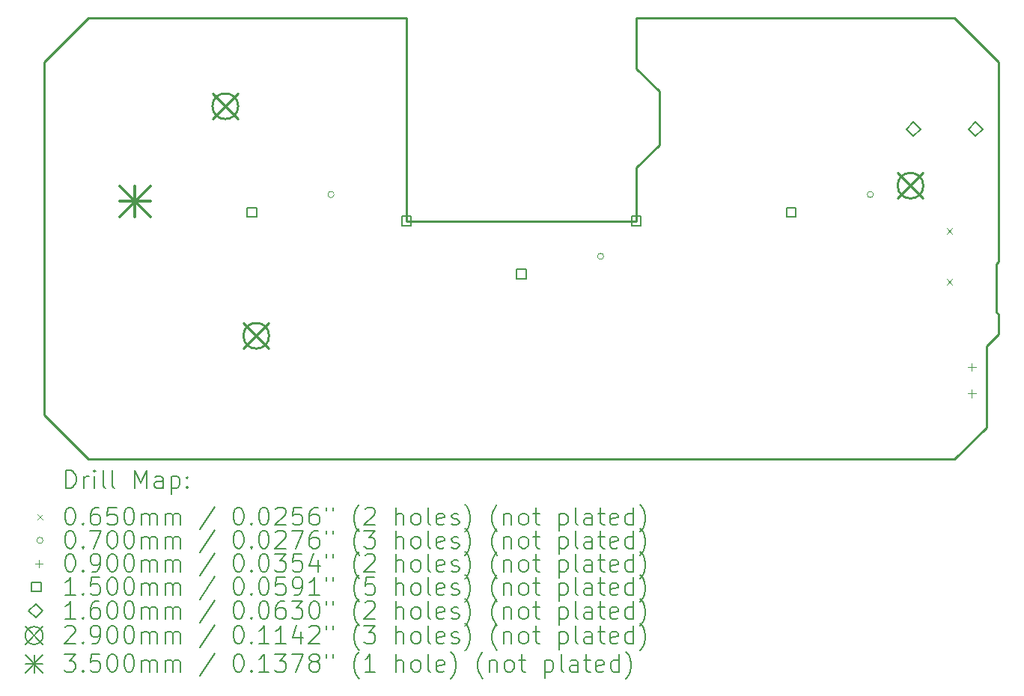
<source format=gbr>
%TF.GenerationSoftware,KiCad,Pcbnew,9.0.7*%
%TF.CreationDate,2026-01-30T16:58:06+00:00*%
%TF.ProjectId,FED3,46454433-2e6b-4696-9361-645f70636258,rev?*%
%TF.SameCoordinates,Original*%
%TF.FileFunction,Drillmap*%
%TF.FilePolarity,Positive*%
%FSLAX45Y45*%
G04 Gerber Fmt 4.5, Leading zero omitted, Abs format (unit mm)*
G04 Created by KiCad (PCBNEW 9.0.7) date 2026-01-30 16:58:06*
%MOMM*%
%LPD*%
G01*
G04 APERTURE LIST*
%ADD10C,0.250000*%
%ADD11C,0.200000*%
%ADD12C,0.100000*%
%ADD13C,0.150000*%
%ADD14C,0.160000*%
%ADD15C,0.290000*%
%ADD16C,0.350000*%
G04 APERTURE END LIST*
D10*
X20110110Y-12640360D02*
X20110110Y-11720360D01*
X16150110Y-10300360D02*
X13550110Y-10300360D01*
X16150110Y-8000360D02*
X16150110Y-8575160D01*
X16150110Y-8575160D02*
X16409710Y-8834760D01*
X9950110Y-8000360D02*
X9450110Y-8500360D01*
X20222110Y-10788360D02*
X20250110Y-10760360D01*
X20250110Y-8500360D02*
X19750110Y-8000360D01*
X20222110Y-11332360D02*
X20222110Y-10788360D01*
X20250110Y-10760360D02*
X20250110Y-8500360D01*
X16150110Y-9698360D02*
X16150110Y-10300360D01*
X20250110Y-11360360D02*
X20222110Y-11332360D01*
X13550110Y-10300360D02*
X13550110Y-8000360D01*
X9450110Y-12500360D02*
X9950110Y-13000360D01*
X16409710Y-8834760D02*
X16409710Y-9444360D01*
X19750110Y-13000360D02*
X20110110Y-12640360D01*
X19750110Y-8000360D02*
X16150110Y-8000360D01*
X20250110Y-11580360D02*
X20250110Y-11360360D01*
X9450110Y-8500360D02*
X9450110Y-12500360D01*
X9950110Y-13000360D02*
X19750110Y-13000360D01*
X16409710Y-9444360D02*
X16150110Y-9698360D01*
X20110110Y-11720360D02*
X20250110Y-11580360D01*
X13550110Y-8000360D02*
X9950110Y-8000360D01*
D11*
D12*
X19660420Y-10381860D02*
X19725420Y-10446860D01*
X19725420Y-10381860D02*
X19660420Y-10446860D01*
X19660420Y-10959860D02*
X19725420Y-11024860D01*
X19725420Y-10959860D02*
X19660420Y-11024860D01*
X12730110Y-10000360D02*
G75*
G02*
X12660110Y-10000360I-35000J0D01*
G01*
X12660110Y-10000360D02*
G75*
G02*
X12730110Y-10000360I35000J0D01*
G01*
X15780110Y-10700360D02*
G75*
G02*
X15710110Y-10700360I-35000J0D01*
G01*
X15710110Y-10700360D02*
G75*
G02*
X15780110Y-10700360I35000J0D01*
G01*
X18830110Y-10000360D02*
G75*
G02*
X18760110Y-10000360I-35000J0D01*
G01*
X18760110Y-10000360D02*
G75*
G02*
X18830110Y-10000360I35000J0D01*
G01*
X19945000Y-11910000D02*
X19945000Y-12000000D01*
X19900000Y-11955000D02*
X19990000Y-11955000D01*
X19945000Y-12210000D02*
X19945000Y-12300000D01*
X19900000Y-12255000D02*
X19990000Y-12255000D01*
D13*
X11853143Y-10253394D02*
X11853143Y-10147327D01*
X11747076Y-10147327D01*
X11747076Y-10253394D01*
X11853143Y-10253394D01*
X13603143Y-10353394D02*
X13603143Y-10247327D01*
X13497076Y-10247327D01*
X13497076Y-10353394D01*
X13603143Y-10353394D01*
X14903143Y-10953394D02*
X14903143Y-10847327D01*
X14797076Y-10847327D01*
X14797076Y-10953394D01*
X14903143Y-10953394D01*
X16203143Y-10353394D02*
X16203143Y-10247327D01*
X16097076Y-10247327D01*
X16097076Y-10353394D01*
X16203143Y-10353394D01*
X17953144Y-10253394D02*
X17953144Y-10147327D01*
X17847077Y-10147327D01*
X17847077Y-10253394D01*
X17953144Y-10253394D01*
D14*
X19284430Y-9341480D02*
X19364430Y-9261480D01*
X19284430Y-9181480D01*
X19204430Y-9261480D01*
X19284430Y-9341480D01*
X19984430Y-9341480D02*
X20064430Y-9261480D01*
X19984430Y-9181480D01*
X19904430Y-9261480D01*
X19984430Y-9341480D01*
D15*
X11355110Y-8855360D02*
X11645110Y-9145360D01*
X11645110Y-8855360D02*
X11355110Y-9145360D01*
X11645110Y-9000360D02*
G75*
G02*
X11355110Y-9000360I-145000J0D01*
G01*
X11355110Y-9000360D02*
G75*
G02*
X11645110Y-9000360I145000J0D01*
G01*
X11705110Y-11455360D02*
X11995110Y-11745360D01*
X11995110Y-11455360D02*
X11705110Y-11745360D01*
X11995110Y-11600360D02*
G75*
G02*
X11705110Y-11600360I-145000J0D01*
G01*
X11705110Y-11600360D02*
G75*
G02*
X11995110Y-11600360I145000J0D01*
G01*
X19105000Y-9755360D02*
X19395000Y-10045360D01*
X19395000Y-9755360D02*
X19105000Y-10045360D01*
X19395000Y-9900360D02*
G75*
G02*
X19105000Y-9900360I-145000J0D01*
G01*
X19105000Y-9900360D02*
G75*
G02*
X19395000Y-9900360I145000J0D01*
G01*
D16*
X10303810Y-9904360D02*
X10653810Y-10254360D01*
X10653810Y-9904360D02*
X10303810Y-10254360D01*
X10478810Y-9904360D02*
X10478810Y-10254360D01*
X10303810Y-10079360D02*
X10653810Y-10079360D01*
D11*
X9698387Y-13324344D02*
X9698387Y-13124344D01*
X9698387Y-13124344D02*
X9746006Y-13124344D01*
X9746006Y-13124344D02*
X9774577Y-13133868D01*
X9774577Y-13133868D02*
X9793625Y-13152915D01*
X9793625Y-13152915D02*
X9803149Y-13171963D01*
X9803149Y-13171963D02*
X9812673Y-13210058D01*
X9812673Y-13210058D02*
X9812673Y-13238629D01*
X9812673Y-13238629D02*
X9803149Y-13276725D01*
X9803149Y-13276725D02*
X9793625Y-13295772D01*
X9793625Y-13295772D02*
X9774577Y-13314820D01*
X9774577Y-13314820D02*
X9746006Y-13324344D01*
X9746006Y-13324344D02*
X9698387Y-13324344D01*
X9898387Y-13324344D02*
X9898387Y-13191010D01*
X9898387Y-13229106D02*
X9907911Y-13210058D01*
X9907911Y-13210058D02*
X9917434Y-13200534D01*
X9917434Y-13200534D02*
X9936482Y-13191010D01*
X9936482Y-13191010D02*
X9955530Y-13191010D01*
X10022196Y-13324344D02*
X10022196Y-13191010D01*
X10022196Y-13124344D02*
X10012673Y-13133868D01*
X10012673Y-13133868D02*
X10022196Y-13143391D01*
X10022196Y-13143391D02*
X10031720Y-13133868D01*
X10031720Y-13133868D02*
X10022196Y-13124344D01*
X10022196Y-13124344D02*
X10022196Y-13143391D01*
X10146006Y-13324344D02*
X10126958Y-13314820D01*
X10126958Y-13314820D02*
X10117434Y-13295772D01*
X10117434Y-13295772D02*
X10117434Y-13124344D01*
X10250768Y-13324344D02*
X10231720Y-13314820D01*
X10231720Y-13314820D02*
X10222196Y-13295772D01*
X10222196Y-13295772D02*
X10222196Y-13124344D01*
X10479339Y-13324344D02*
X10479339Y-13124344D01*
X10479339Y-13124344D02*
X10546006Y-13267201D01*
X10546006Y-13267201D02*
X10612673Y-13124344D01*
X10612673Y-13124344D02*
X10612673Y-13324344D01*
X10793625Y-13324344D02*
X10793625Y-13219582D01*
X10793625Y-13219582D02*
X10784101Y-13200534D01*
X10784101Y-13200534D02*
X10765054Y-13191010D01*
X10765054Y-13191010D02*
X10726958Y-13191010D01*
X10726958Y-13191010D02*
X10707911Y-13200534D01*
X10793625Y-13314820D02*
X10774577Y-13324344D01*
X10774577Y-13324344D02*
X10726958Y-13324344D01*
X10726958Y-13324344D02*
X10707911Y-13314820D01*
X10707911Y-13314820D02*
X10698387Y-13295772D01*
X10698387Y-13295772D02*
X10698387Y-13276725D01*
X10698387Y-13276725D02*
X10707911Y-13257677D01*
X10707911Y-13257677D02*
X10726958Y-13248153D01*
X10726958Y-13248153D02*
X10774577Y-13248153D01*
X10774577Y-13248153D02*
X10793625Y-13238629D01*
X10888863Y-13191010D02*
X10888863Y-13391010D01*
X10888863Y-13200534D02*
X10907911Y-13191010D01*
X10907911Y-13191010D02*
X10946006Y-13191010D01*
X10946006Y-13191010D02*
X10965054Y-13200534D01*
X10965054Y-13200534D02*
X10974577Y-13210058D01*
X10974577Y-13210058D02*
X10984101Y-13229106D01*
X10984101Y-13229106D02*
X10984101Y-13286248D01*
X10984101Y-13286248D02*
X10974577Y-13305296D01*
X10974577Y-13305296D02*
X10965054Y-13314820D01*
X10965054Y-13314820D02*
X10946006Y-13324344D01*
X10946006Y-13324344D02*
X10907911Y-13324344D01*
X10907911Y-13324344D02*
X10888863Y-13314820D01*
X11069815Y-13305296D02*
X11079339Y-13314820D01*
X11079339Y-13314820D02*
X11069815Y-13324344D01*
X11069815Y-13324344D02*
X11060292Y-13314820D01*
X11060292Y-13314820D02*
X11069815Y-13305296D01*
X11069815Y-13305296D02*
X11069815Y-13324344D01*
X11069815Y-13200534D02*
X11079339Y-13210058D01*
X11079339Y-13210058D02*
X11069815Y-13219582D01*
X11069815Y-13219582D02*
X11060292Y-13210058D01*
X11060292Y-13210058D02*
X11069815Y-13200534D01*
X11069815Y-13200534D02*
X11069815Y-13219582D01*
D12*
X9372610Y-13620360D02*
X9437610Y-13685360D01*
X9437610Y-13620360D02*
X9372610Y-13685360D01*
D11*
X9736482Y-13544344D02*
X9755530Y-13544344D01*
X9755530Y-13544344D02*
X9774577Y-13553868D01*
X9774577Y-13553868D02*
X9784101Y-13563391D01*
X9784101Y-13563391D02*
X9793625Y-13582439D01*
X9793625Y-13582439D02*
X9803149Y-13620534D01*
X9803149Y-13620534D02*
X9803149Y-13668153D01*
X9803149Y-13668153D02*
X9793625Y-13706248D01*
X9793625Y-13706248D02*
X9784101Y-13725296D01*
X9784101Y-13725296D02*
X9774577Y-13734820D01*
X9774577Y-13734820D02*
X9755530Y-13744344D01*
X9755530Y-13744344D02*
X9736482Y-13744344D01*
X9736482Y-13744344D02*
X9717434Y-13734820D01*
X9717434Y-13734820D02*
X9707911Y-13725296D01*
X9707911Y-13725296D02*
X9698387Y-13706248D01*
X9698387Y-13706248D02*
X9688863Y-13668153D01*
X9688863Y-13668153D02*
X9688863Y-13620534D01*
X9688863Y-13620534D02*
X9698387Y-13582439D01*
X9698387Y-13582439D02*
X9707911Y-13563391D01*
X9707911Y-13563391D02*
X9717434Y-13553868D01*
X9717434Y-13553868D02*
X9736482Y-13544344D01*
X9888863Y-13725296D02*
X9898387Y-13734820D01*
X9898387Y-13734820D02*
X9888863Y-13744344D01*
X9888863Y-13744344D02*
X9879339Y-13734820D01*
X9879339Y-13734820D02*
X9888863Y-13725296D01*
X9888863Y-13725296D02*
X9888863Y-13744344D01*
X10069815Y-13544344D02*
X10031720Y-13544344D01*
X10031720Y-13544344D02*
X10012673Y-13553868D01*
X10012673Y-13553868D02*
X10003149Y-13563391D01*
X10003149Y-13563391D02*
X9984101Y-13591963D01*
X9984101Y-13591963D02*
X9974577Y-13630058D01*
X9974577Y-13630058D02*
X9974577Y-13706248D01*
X9974577Y-13706248D02*
X9984101Y-13725296D01*
X9984101Y-13725296D02*
X9993625Y-13734820D01*
X9993625Y-13734820D02*
X10012673Y-13744344D01*
X10012673Y-13744344D02*
X10050768Y-13744344D01*
X10050768Y-13744344D02*
X10069815Y-13734820D01*
X10069815Y-13734820D02*
X10079339Y-13725296D01*
X10079339Y-13725296D02*
X10088863Y-13706248D01*
X10088863Y-13706248D02*
X10088863Y-13658629D01*
X10088863Y-13658629D02*
X10079339Y-13639582D01*
X10079339Y-13639582D02*
X10069815Y-13630058D01*
X10069815Y-13630058D02*
X10050768Y-13620534D01*
X10050768Y-13620534D02*
X10012673Y-13620534D01*
X10012673Y-13620534D02*
X9993625Y-13630058D01*
X9993625Y-13630058D02*
X9984101Y-13639582D01*
X9984101Y-13639582D02*
X9974577Y-13658629D01*
X10269815Y-13544344D02*
X10174577Y-13544344D01*
X10174577Y-13544344D02*
X10165054Y-13639582D01*
X10165054Y-13639582D02*
X10174577Y-13630058D01*
X10174577Y-13630058D02*
X10193625Y-13620534D01*
X10193625Y-13620534D02*
X10241244Y-13620534D01*
X10241244Y-13620534D02*
X10260292Y-13630058D01*
X10260292Y-13630058D02*
X10269815Y-13639582D01*
X10269815Y-13639582D02*
X10279339Y-13658629D01*
X10279339Y-13658629D02*
X10279339Y-13706248D01*
X10279339Y-13706248D02*
X10269815Y-13725296D01*
X10269815Y-13725296D02*
X10260292Y-13734820D01*
X10260292Y-13734820D02*
X10241244Y-13744344D01*
X10241244Y-13744344D02*
X10193625Y-13744344D01*
X10193625Y-13744344D02*
X10174577Y-13734820D01*
X10174577Y-13734820D02*
X10165054Y-13725296D01*
X10403149Y-13544344D02*
X10422196Y-13544344D01*
X10422196Y-13544344D02*
X10441244Y-13553868D01*
X10441244Y-13553868D02*
X10450768Y-13563391D01*
X10450768Y-13563391D02*
X10460292Y-13582439D01*
X10460292Y-13582439D02*
X10469815Y-13620534D01*
X10469815Y-13620534D02*
X10469815Y-13668153D01*
X10469815Y-13668153D02*
X10460292Y-13706248D01*
X10460292Y-13706248D02*
X10450768Y-13725296D01*
X10450768Y-13725296D02*
X10441244Y-13734820D01*
X10441244Y-13734820D02*
X10422196Y-13744344D01*
X10422196Y-13744344D02*
X10403149Y-13744344D01*
X10403149Y-13744344D02*
X10384101Y-13734820D01*
X10384101Y-13734820D02*
X10374577Y-13725296D01*
X10374577Y-13725296D02*
X10365054Y-13706248D01*
X10365054Y-13706248D02*
X10355530Y-13668153D01*
X10355530Y-13668153D02*
X10355530Y-13620534D01*
X10355530Y-13620534D02*
X10365054Y-13582439D01*
X10365054Y-13582439D02*
X10374577Y-13563391D01*
X10374577Y-13563391D02*
X10384101Y-13553868D01*
X10384101Y-13553868D02*
X10403149Y-13544344D01*
X10555530Y-13744344D02*
X10555530Y-13611010D01*
X10555530Y-13630058D02*
X10565054Y-13620534D01*
X10565054Y-13620534D02*
X10584101Y-13611010D01*
X10584101Y-13611010D02*
X10612673Y-13611010D01*
X10612673Y-13611010D02*
X10631720Y-13620534D01*
X10631720Y-13620534D02*
X10641244Y-13639582D01*
X10641244Y-13639582D02*
X10641244Y-13744344D01*
X10641244Y-13639582D02*
X10650768Y-13620534D01*
X10650768Y-13620534D02*
X10669815Y-13611010D01*
X10669815Y-13611010D02*
X10698387Y-13611010D01*
X10698387Y-13611010D02*
X10717435Y-13620534D01*
X10717435Y-13620534D02*
X10726958Y-13639582D01*
X10726958Y-13639582D02*
X10726958Y-13744344D01*
X10822196Y-13744344D02*
X10822196Y-13611010D01*
X10822196Y-13630058D02*
X10831720Y-13620534D01*
X10831720Y-13620534D02*
X10850768Y-13611010D01*
X10850768Y-13611010D02*
X10879339Y-13611010D01*
X10879339Y-13611010D02*
X10898387Y-13620534D01*
X10898387Y-13620534D02*
X10907911Y-13639582D01*
X10907911Y-13639582D02*
X10907911Y-13744344D01*
X10907911Y-13639582D02*
X10917435Y-13620534D01*
X10917435Y-13620534D02*
X10936482Y-13611010D01*
X10936482Y-13611010D02*
X10965054Y-13611010D01*
X10965054Y-13611010D02*
X10984101Y-13620534D01*
X10984101Y-13620534D02*
X10993625Y-13639582D01*
X10993625Y-13639582D02*
X10993625Y-13744344D01*
X11384101Y-13534820D02*
X11212673Y-13791963D01*
X11641244Y-13544344D02*
X11660292Y-13544344D01*
X11660292Y-13544344D02*
X11679339Y-13553868D01*
X11679339Y-13553868D02*
X11688863Y-13563391D01*
X11688863Y-13563391D02*
X11698387Y-13582439D01*
X11698387Y-13582439D02*
X11707911Y-13620534D01*
X11707911Y-13620534D02*
X11707911Y-13668153D01*
X11707911Y-13668153D02*
X11698387Y-13706248D01*
X11698387Y-13706248D02*
X11688863Y-13725296D01*
X11688863Y-13725296D02*
X11679339Y-13734820D01*
X11679339Y-13734820D02*
X11660292Y-13744344D01*
X11660292Y-13744344D02*
X11641244Y-13744344D01*
X11641244Y-13744344D02*
X11622196Y-13734820D01*
X11622196Y-13734820D02*
X11612673Y-13725296D01*
X11612673Y-13725296D02*
X11603149Y-13706248D01*
X11603149Y-13706248D02*
X11593625Y-13668153D01*
X11593625Y-13668153D02*
X11593625Y-13620534D01*
X11593625Y-13620534D02*
X11603149Y-13582439D01*
X11603149Y-13582439D02*
X11612673Y-13563391D01*
X11612673Y-13563391D02*
X11622196Y-13553868D01*
X11622196Y-13553868D02*
X11641244Y-13544344D01*
X11793625Y-13725296D02*
X11803149Y-13734820D01*
X11803149Y-13734820D02*
X11793625Y-13744344D01*
X11793625Y-13744344D02*
X11784101Y-13734820D01*
X11784101Y-13734820D02*
X11793625Y-13725296D01*
X11793625Y-13725296D02*
X11793625Y-13744344D01*
X11926958Y-13544344D02*
X11946006Y-13544344D01*
X11946006Y-13544344D02*
X11965054Y-13553868D01*
X11965054Y-13553868D02*
X11974577Y-13563391D01*
X11974577Y-13563391D02*
X11984101Y-13582439D01*
X11984101Y-13582439D02*
X11993625Y-13620534D01*
X11993625Y-13620534D02*
X11993625Y-13668153D01*
X11993625Y-13668153D02*
X11984101Y-13706248D01*
X11984101Y-13706248D02*
X11974577Y-13725296D01*
X11974577Y-13725296D02*
X11965054Y-13734820D01*
X11965054Y-13734820D02*
X11946006Y-13744344D01*
X11946006Y-13744344D02*
X11926958Y-13744344D01*
X11926958Y-13744344D02*
X11907911Y-13734820D01*
X11907911Y-13734820D02*
X11898387Y-13725296D01*
X11898387Y-13725296D02*
X11888863Y-13706248D01*
X11888863Y-13706248D02*
X11879339Y-13668153D01*
X11879339Y-13668153D02*
X11879339Y-13620534D01*
X11879339Y-13620534D02*
X11888863Y-13582439D01*
X11888863Y-13582439D02*
X11898387Y-13563391D01*
X11898387Y-13563391D02*
X11907911Y-13553868D01*
X11907911Y-13553868D02*
X11926958Y-13544344D01*
X12069816Y-13563391D02*
X12079339Y-13553868D01*
X12079339Y-13553868D02*
X12098387Y-13544344D01*
X12098387Y-13544344D02*
X12146006Y-13544344D01*
X12146006Y-13544344D02*
X12165054Y-13553868D01*
X12165054Y-13553868D02*
X12174577Y-13563391D01*
X12174577Y-13563391D02*
X12184101Y-13582439D01*
X12184101Y-13582439D02*
X12184101Y-13601487D01*
X12184101Y-13601487D02*
X12174577Y-13630058D01*
X12174577Y-13630058D02*
X12060292Y-13744344D01*
X12060292Y-13744344D02*
X12184101Y-13744344D01*
X12365054Y-13544344D02*
X12269816Y-13544344D01*
X12269816Y-13544344D02*
X12260292Y-13639582D01*
X12260292Y-13639582D02*
X12269816Y-13630058D01*
X12269816Y-13630058D02*
X12288863Y-13620534D01*
X12288863Y-13620534D02*
X12336482Y-13620534D01*
X12336482Y-13620534D02*
X12355530Y-13630058D01*
X12355530Y-13630058D02*
X12365054Y-13639582D01*
X12365054Y-13639582D02*
X12374577Y-13658629D01*
X12374577Y-13658629D02*
X12374577Y-13706248D01*
X12374577Y-13706248D02*
X12365054Y-13725296D01*
X12365054Y-13725296D02*
X12355530Y-13734820D01*
X12355530Y-13734820D02*
X12336482Y-13744344D01*
X12336482Y-13744344D02*
X12288863Y-13744344D01*
X12288863Y-13744344D02*
X12269816Y-13734820D01*
X12269816Y-13734820D02*
X12260292Y-13725296D01*
X12546006Y-13544344D02*
X12507911Y-13544344D01*
X12507911Y-13544344D02*
X12488863Y-13553868D01*
X12488863Y-13553868D02*
X12479339Y-13563391D01*
X12479339Y-13563391D02*
X12460292Y-13591963D01*
X12460292Y-13591963D02*
X12450768Y-13630058D01*
X12450768Y-13630058D02*
X12450768Y-13706248D01*
X12450768Y-13706248D02*
X12460292Y-13725296D01*
X12460292Y-13725296D02*
X12469816Y-13734820D01*
X12469816Y-13734820D02*
X12488863Y-13744344D01*
X12488863Y-13744344D02*
X12526958Y-13744344D01*
X12526958Y-13744344D02*
X12546006Y-13734820D01*
X12546006Y-13734820D02*
X12555530Y-13725296D01*
X12555530Y-13725296D02*
X12565054Y-13706248D01*
X12565054Y-13706248D02*
X12565054Y-13658629D01*
X12565054Y-13658629D02*
X12555530Y-13639582D01*
X12555530Y-13639582D02*
X12546006Y-13630058D01*
X12546006Y-13630058D02*
X12526958Y-13620534D01*
X12526958Y-13620534D02*
X12488863Y-13620534D01*
X12488863Y-13620534D02*
X12469816Y-13630058D01*
X12469816Y-13630058D02*
X12460292Y-13639582D01*
X12460292Y-13639582D02*
X12450768Y-13658629D01*
X12641244Y-13544344D02*
X12641244Y-13582439D01*
X12717435Y-13544344D02*
X12717435Y-13582439D01*
X13012673Y-13820534D02*
X13003149Y-13811010D01*
X13003149Y-13811010D02*
X12984101Y-13782439D01*
X12984101Y-13782439D02*
X12974578Y-13763391D01*
X12974578Y-13763391D02*
X12965054Y-13734820D01*
X12965054Y-13734820D02*
X12955530Y-13687201D01*
X12955530Y-13687201D02*
X12955530Y-13649106D01*
X12955530Y-13649106D02*
X12965054Y-13601487D01*
X12965054Y-13601487D02*
X12974578Y-13572915D01*
X12974578Y-13572915D02*
X12984101Y-13553868D01*
X12984101Y-13553868D02*
X13003149Y-13525296D01*
X13003149Y-13525296D02*
X13012673Y-13515772D01*
X13079339Y-13563391D02*
X13088863Y-13553868D01*
X13088863Y-13553868D02*
X13107911Y-13544344D01*
X13107911Y-13544344D02*
X13155530Y-13544344D01*
X13155530Y-13544344D02*
X13174578Y-13553868D01*
X13174578Y-13553868D02*
X13184101Y-13563391D01*
X13184101Y-13563391D02*
X13193625Y-13582439D01*
X13193625Y-13582439D02*
X13193625Y-13601487D01*
X13193625Y-13601487D02*
X13184101Y-13630058D01*
X13184101Y-13630058D02*
X13069816Y-13744344D01*
X13069816Y-13744344D02*
X13193625Y-13744344D01*
X13431720Y-13744344D02*
X13431720Y-13544344D01*
X13517435Y-13744344D02*
X13517435Y-13639582D01*
X13517435Y-13639582D02*
X13507911Y-13620534D01*
X13507911Y-13620534D02*
X13488863Y-13611010D01*
X13488863Y-13611010D02*
X13460292Y-13611010D01*
X13460292Y-13611010D02*
X13441244Y-13620534D01*
X13441244Y-13620534D02*
X13431720Y-13630058D01*
X13641244Y-13744344D02*
X13622197Y-13734820D01*
X13622197Y-13734820D02*
X13612673Y-13725296D01*
X13612673Y-13725296D02*
X13603149Y-13706248D01*
X13603149Y-13706248D02*
X13603149Y-13649106D01*
X13603149Y-13649106D02*
X13612673Y-13630058D01*
X13612673Y-13630058D02*
X13622197Y-13620534D01*
X13622197Y-13620534D02*
X13641244Y-13611010D01*
X13641244Y-13611010D02*
X13669816Y-13611010D01*
X13669816Y-13611010D02*
X13688863Y-13620534D01*
X13688863Y-13620534D02*
X13698387Y-13630058D01*
X13698387Y-13630058D02*
X13707911Y-13649106D01*
X13707911Y-13649106D02*
X13707911Y-13706248D01*
X13707911Y-13706248D02*
X13698387Y-13725296D01*
X13698387Y-13725296D02*
X13688863Y-13734820D01*
X13688863Y-13734820D02*
X13669816Y-13744344D01*
X13669816Y-13744344D02*
X13641244Y-13744344D01*
X13822197Y-13744344D02*
X13803149Y-13734820D01*
X13803149Y-13734820D02*
X13793625Y-13715772D01*
X13793625Y-13715772D02*
X13793625Y-13544344D01*
X13974578Y-13734820D02*
X13955530Y-13744344D01*
X13955530Y-13744344D02*
X13917435Y-13744344D01*
X13917435Y-13744344D02*
X13898387Y-13734820D01*
X13898387Y-13734820D02*
X13888863Y-13715772D01*
X13888863Y-13715772D02*
X13888863Y-13639582D01*
X13888863Y-13639582D02*
X13898387Y-13620534D01*
X13898387Y-13620534D02*
X13917435Y-13611010D01*
X13917435Y-13611010D02*
X13955530Y-13611010D01*
X13955530Y-13611010D02*
X13974578Y-13620534D01*
X13974578Y-13620534D02*
X13984101Y-13639582D01*
X13984101Y-13639582D02*
X13984101Y-13658629D01*
X13984101Y-13658629D02*
X13888863Y-13677677D01*
X14060292Y-13734820D02*
X14079340Y-13744344D01*
X14079340Y-13744344D02*
X14117435Y-13744344D01*
X14117435Y-13744344D02*
X14136482Y-13734820D01*
X14136482Y-13734820D02*
X14146006Y-13715772D01*
X14146006Y-13715772D02*
X14146006Y-13706248D01*
X14146006Y-13706248D02*
X14136482Y-13687201D01*
X14136482Y-13687201D02*
X14117435Y-13677677D01*
X14117435Y-13677677D02*
X14088863Y-13677677D01*
X14088863Y-13677677D02*
X14069816Y-13668153D01*
X14069816Y-13668153D02*
X14060292Y-13649106D01*
X14060292Y-13649106D02*
X14060292Y-13639582D01*
X14060292Y-13639582D02*
X14069816Y-13620534D01*
X14069816Y-13620534D02*
X14088863Y-13611010D01*
X14088863Y-13611010D02*
X14117435Y-13611010D01*
X14117435Y-13611010D02*
X14136482Y-13620534D01*
X14212673Y-13820534D02*
X14222197Y-13811010D01*
X14222197Y-13811010D02*
X14241244Y-13782439D01*
X14241244Y-13782439D02*
X14250768Y-13763391D01*
X14250768Y-13763391D02*
X14260292Y-13734820D01*
X14260292Y-13734820D02*
X14269816Y-13687201D01*
X14269816Y-13687201D02*
X14269816Y-13649106D01*
X14269816Y-13649106D02*
X14260292Y-13601487D01*
X14260292Y-13601487D02*
X14250768Y-13572915D01*
X14250768Y-13572915D02*
X14241244Y-13553868D01*
X14241244Y-13553868D02*
X14222197Y-13525296D01*
X14222197Y-13525296D02*
X14212673Y-13515772D01*
X14574578Y-13820534D02*
X14565054Y-13811010D01*
X14565054Y-13811010D02*
X14546006Y-13782439D01*
X14546006Y-13782439D02*
X14536482Y-13763391D01*
X14536482Y-13763391D02*
X14526959Y-13734820D01*
X14526959Y-13734820D02*
X14517435Y-13687201D01*
X14517435Y-13687201D02*
X14517435Y-13649106D01*
X14517435Y-13649106D02*
X14526959Y-13601487D01*
X14526959Y-13601487D02*
X14536482Y-13572915D01*
X14536482Y-13572915D02*
X14546006Y-13553868D01*
X14546006Y-13553868D02*
X14565054Y-13525296D01*
X14565054Y-13525296D02*
X14574578Y-13515772D01*
X14650768Y-13611010D02*
X14650768Y-13744344D01*
X14650768Y-13630058D02*
X14660292Y-13620534D01*
X14660292Y-13620534D02*
X14679340Y-13611010D01*
X14679340Y-13611010D02*
X14707911Y-13611010D01*
X14707911Y-13611010D02*
X14726959Y-13620534D01*
X14726959Y-13620534D02*
X14736482Y-13639582D01*
X14736482Y-13639582D02*
X14736482Y-13744344D01*
X14860292Y-13744344D02*
X14841244Y-13734820D01*
X14841244Y-13734820D02*
X14831721Y-13725296D01*
X14831721Y-13725296D02*
X14822197Y-13706248D01*
X14822197Y-13706248D02*
X14822197Y-13649106D01*
X14822197Y-13649106D02*
X14831721Y-13630058D01*
X14831721Y-13630058D02*
X14841244Y-13620534D01*
X14841244Y-13620534D02*
X14860292Y-13611010D01*
X14860292Y-13611010D02*
X14888863Y-13611010D01*
X14888863Y-13611010D02*
X14907911Y-13620534D01*
X14907911Y-13620534D02*
X14917435Y-13630058D01*
X14917435Y-13630058D02*
X14926959Y-13649106D01*
X14926959Y-13649106D02*
X14926959Y-13706248D01*
X14926959Y-13706248D02*
X14917435Y-13725296D01*
X14917435Y-13725296D02*
X14907911Y-13734820D01*
X14907911Y-13734820D02*
X14888863Y-13744344D01*
X14888863Y-13744344D02*
X14860292Y-13744344D01*
X14984102Y-13611010D02*
X15060292Y-13611010D01*
X15012673Y-13544344D02*
X15012673Y-13715772D01*
X15012673Y-13715772D02*
X15022197Y-13734820D01*
X15022197Y-13734820D02*
X15041244Y-13744344D01*
X15041244Y-13744344D02*
X15060292Y-13744344D01*
X15279340Y-13611010D02*
X15279340Y-13811010D01*
X15279340Y-13620534D02*
X15298387Y-13611010D01*
X15298387Y-13611010D02*
X15336483Y-13611010D01*
X15336483Y-13611010D02*
X15355530Y-13620534D01*
X15355530Y-13620534D02*
X15365054Y-13630058D01*
X15365054Y-13630058D02*
X15374578Y-13649106D01*
X15374578Y-13649106D02*
X15374578Y-13706248D01*
X15374578Y-13706248D02*
X15365054Y-13725296D01*
X15365054Y-13725296D02*
X15355530Y-13734820D01*
X15355530Y-13734820D02*
X15336483Y-13744344D01*
X15336483Y-13744344D02*
X15298387Y-13744344D01*
X15298387Y-13744344D02*
X15279340Y-13734820D01*
X15488863Y-13744344D02*
X15469816Y-13734820D01*
X15469816Y-13734820D02*
X15460292Y-13715772D01*
X15460292Y-13715772D02*
X15460292Y-13544344D01*
X15650768Y-13744344D02*
X15650768Y-13639582D01*
X15650768Y-13639582D02*
X15641244Y-13620534D01*
X15641244Y-13620534D02*
X15622197Y-13611010D01*
X15622197Y-13611010D02*
X15584102Y-13611010D01*
X15584102Y-13611010D02*
X15565054Y-13620534D01*
X15650768Y-13734820D02*
X15631721Y-13744344D01*
X15631721Y-13744344D02*
X15584102Y-13744344D01*
X15584102Y-13744344D02*
X15565054Y-13734820D01*
X15565054Y-13734820D02*
X15555530Y-13715772D01*
X15555530Y-13715772D02*
X15555530Y-13696725D01*
X15555530Y-13696725D02*
X15565054Y-13677677D01*
X15565054Y-13677677D02*
X15584102Y-13668153D01*
X15584102Y-13668153D02*
X15631721Y-13668153D01*
X15631721Y-13668153D02*
X15650768Y-13658629D01*
X15717435Y-13611010D02*
X15793625Y-13611010D01*
X15746006Y-13544344D02*
X15746006Y-13715772D01*
X15746006Y-13715772D02*
X15755530Y-13734820D01*
X15755530Y-13734820D02*
X15774578Y-13744344D01*
X15774578Y-13744344D02*
X15793625Y-13744344D01*
X15936483Y-13734820D02*
X15917435Y-13744344D01*
X15917435Y-13744344D02*
X15879340Y-13744344D01*
X15879340Y-13744344D02*
X15860292Y-13734820D01*
X15860292Y-13734820D02*
X15850768Y-13715772D01*
X15850768Y-13715772D02*
X15850768Y-13639582D01*
X15850768Y-13639582D02*
X15860292Y-13620534D01*
X15860292Y-13620534D02*
X15879340Y-13611010D01*
X15879340Y-13611010D02*
X15917435Y-13611010D01*
X15917435Y-13611010D02*
X15936483Y-13620534D01*
X15936483Y-13620534D02*
X15946006Y-13639582D01*
X15946006Y-13639582D02*
X15946006Y-13658629D01*
X15946006Y-13658629D02*
X15850768Y-13677677D01*
X16117435Y-13744344D02*
X16117435Y-13544344D01*
X16117435Y-13734820D02*
X16098387Y-13744344D01*
X16098387Y-13744344D02*
X16060292Y-13744344D01*
X16060292Y-13744344D02*
X16041244Y-13734820D01*
X16041244Y-13734820D02*
X16031721Y-13725296D01*
X16031721Y-13725296D02*
X16022197Y-13706248D01*
X16022197Y-13706248D02*
X16022197Y-13649106D01*
X16022197Y-13649106D02*
X16031721Y-13630058D01*
X16031721Y-13630058D02*
X16041244Y-13620534D01*
X16041244Y-13620534D02*
X16060292Y-13611010D01*
X16060292Y-13611010D02*
X16098387Y-13611010D01*
X16098387Y-13611010D02*
X16117435Y-13620534D01*
X16193625Y-13820534D02*
X16203149Y-13811010D01*
X16203149Y-13811010D02*
X16222197Y-13782439D01*
X16222197Y-13782439D02*
X16231721Y-13763391D01*
X16231721Y-13763391D02*
X16241244Y-13734820D01*
X16241244Y-13734820D02*
X16250768Y-13687201D01*
X16250768Y-13687201D02*
X16250768Y-13649106D01*
X16250768Y-13649106D02*
X16241244Y-13601487D01*
X16241244Y-13601487D02*
X16231721Y-13572915D01*
X16231721Y-13572915D02*
X16222197Y-13553868D01*
X16222197Y-13553868D02*
X16203149Y-13525296D01*
X16203149Y-13525296D02*
X16193625Y-13515772D01*
D12*
X9437610Y-13916860D02*
G75*
G02*
X9367610Y-13916860I-35000J0D01*
G01*
X9367610Y-13916860D02*
G75*
G02*
X9437610Y-13916860I35000J0D01*
G01*
D11*
X9736482Y-13808344D02*
X9755530Y-13808344D01*
X9755530Y-13808344D02*
X9774577Y-13817868D01*
X9774577Y-13817868D02*
X9784101Y-13827391D01*
X9784101Y-13827391D02*
X9793625Y-13846439D01*
X9793625Y-13846439D02*
X9803149Y-13884534D01*
X9803149Y-13884534D02*
X9803149Y-13932153D01*
X9803149Y-13932153D02*
X9793625Y-13970248D01*
X9793625Y-13970248D02*
X9784101Y-13989296D01*
X9784101Y-13989296D02*
X9774577Y-13998820D01*
X9774577Y-13998820D02*
X9755530Y-14008344D01*
X9755530Y-14008344D02*
X9736482Y-14008344D01*
X9736482Y-14008344D02*
X9717434Y-13998820D01*
X9717434Y-13998820D02*
X9707911Y-13989296D01*
X9707911Y-13989296D02*
X9698387Y-13970248D01*
X9698387Y-13970248D02*
X9688863Y-13932153D01*
X9688863Y-13932153D02*
X9688863Y-13884534D01*
X9688863Y-13884534D02*
X9698387Y-13846439D01*
X9698387Y-13846439D02*
X9707911Y-13827391D01*
X9707911Y-13827391D02*
X9717434Y-13817868D01*
X9717434Y-13817868D02*
X9736482Y-13808344D01*
X9888863Y-13989296D02*
X9898387Y-13998820D01*
X9898387Y-13998820D02*
X9888863Y-14008344D01*
X9888863Y-14008344D02*
X9879339Y-13998820D01*
X9879339Y-13998820D02*
X9888863Y-13989296D01*
X9888863Y-13989296D02*
X9888863Y-14008344D01*
X9965054Y-13808344D02*
X10098387Y-13808344D01*
X10098387Y-13808344D02*
X10012673Y-14008344D01*
X10212673Y-13808344D02*
X10231720Y-13808344D01*
X10231720Y-13808344D02*
X10250768Y-13817868D01*
X10250768Y-13817868D02*
X10260292Y-13827391D01*
X10260292Y-13827391D02*
X10269815Y-13846439D01*
X10269815Y-13846439D02*
X10279339Y-13884534D01*
X10279339Y-13884534D02*
X10279339Y-13932153D01*
X10279339Y-13932153D02*
X10269815Y-13970248D01*
X10269815Y-13970248D02*
X10260292Y-13989296D01*
X10260292Y-13989296D02*
X10250768Y-13998820D01*
X10250768Y-13998820D02*
X10231720Y-14008344D01*
X10231720Y-14008344D02*
X10212673Y-14008344D01*
X10212673Y-14008344D02*
X10193625Y-13998820D01*
X10193625Y-13998820D02*
X10184101Y-13989296D01*
X10184101Y-13989296D02*
X10174577Y-13970248D01*
X10174577Y-13970248D02*
X10165054Y-13932153D01*
X10165054Y-13932153D02*
X10165054Y-13884534D01*
X10165054Y-13884534D02*
X10174577Y-13846439D01*
X10174577Y-13846439D02*
X10184101Y-13827391D01*
X10184101Y-13827391D02*
X10193625Y-13817868D01*
X10193625Y-13817868D02*
X10212673Y-13808344D01*
X10403149Y-13808344D02*
X10422196Y-13808344D01*
X10422196Y-13808344D02*
X10441244Y-13817868D01*
X10441244Y-13817868D02*
X10450768Y-13827391D01*
X10450768Y-13827391D02*
X10460292Y-13846439D01*
X10460292Y-13846439D02*
X10469815Y-13884534D01*
X10469815Y-13884534D02*
X10469815Y-13932153D01*
X10469815Y-13932153D02*
X10460292Y-13970248D01*
X10460292Y-13970248D02*
X10450768Y-13989296D01*
X10450768Y-13989296D02*
X10441244Y-13998820D01*
X10441244Y-13998820D02*
X10422196Y-14008344D01*
X10422196Y-14008344D02*
X10403149Y-14008344D01*
X10403149Y-14008344D02*
X10384101Y-13998820D01*
X10384101Y-13998820D02*
X10374577Y-13989296D01*
X10374577Y-13989296D02*
X10365054Y-13970248D01*
X10365054Y-13970248D02*
X10355530Y-13932153D01*
X10355530Y-13932153D02*
X10355530Y-13884534D01*
X10355530Y-13884534D02*
X10365054Y-13846439D01*
X10365054Y-13846439D02*
X10374577Y-13827391D01*
X10374577Y-13827391D02*
X10384101Y-13817868D01*
X10384101Y-13817868D02*
X10403149Y-13808344D01*
X10555530Y-14008344D02*
X10555530Y-13875010D01*
X10555530Y-13894058D02*
X10565054Y-13884534D01*
X10565054Y-13884534D02*
X10584101Y-13875010D01*
X10584101Y-13875010D02*
X10612673Y-13875010D01*
X10612673Y-13875010D02*
X10631720Y-13884534D01*
X10631720Y-13884534D02*
X10641244Y-13903582D01*
X10641244Y-13903582D02*
X10641244Y-14008344D01*
X10641244Y-13903582D02*
X10650768Y-13884534D01*
X10650768Y-13884534D02*
X10669815Y-13875010D01*
X10669815Y-13875010D02*
X10698387Y-13875010D01*
X10698387Y-13875010D02*
X10717435Y-13884534D01*
X10717435Y-13884534D02*
X10726958Y-13903582D01*
X10726958Y-13903582D02*
X10726958Y-14008344D01*
X10822196Y-14008344D02*
X10822196Y-13875010D01*
X10822196Y-13894058D02*
X10831720Y-13884534D01*
X10831720Y-13884534D02*
X10850768Y-13875010D01*
X10850768Y-13875010D02*
X10879339Y-13875010D01*
X10879339Y-13875010D02*
X10898387Y-13884534D01*
X10898387Y-13884534D02*
X10907911Y-13903582D01*
X10907911Y-13903582D02*
X10907911Y-14008344D01*
X10907911Y-13903582D02*
X10917435Y-13884534D01*
X10917435Y-13884534D02*
X10936482Y-13875010D01*
X10936482Y-13875010D02*
X10965054Y-13875010D01*
X10965054Y-13875010D02*
X10984101Y-13884534D01*
X10984101Y-13884534D02*
X10993625Y-13903582D01*
X10993625Y-13903582D02*
X10993625Y-14008344D01*
X11384101Y-13798820D02*
X11212673Y-14055963D01*
X11641244Y-13808344D02*
X11660292Y-13808344D01*
X11660292Y-13808344D02*
X11679339Y-13817868D01*
X11679339Y-13817868D02*
X11688863Y-13827391D01*
X11688863Y-13827391D02*
X11698387Y-13846439D01*
X11698387Y-13846439D02*
X11707911Y-13884534D01*
X11707911Y-13884534D02*
X11707911Y-13932153D01*
X11707911Y-13932153D02*
X11698387Y-13970248D01*
X11698387Y-13970248D02*
X11688863Y-13989296D01*
X11688863Y-13989296D02*
X11679339Y-13998820D01*
X11679339Y-13998820D02*
X11660292Y-14008344D01*
X11660292Y-14008344D02*
X11641244Y-14008344D01*
X11641244Y-14008344D02*
X11622196Y-13998820D01*
X11622196Y-13998820D02*
X11612673Y-13989296D01*
X11612673Y-13989296D02*
X11603149Y-13970248D01*
X11603149Y-13970248D02*
X11593625Y-13932153D01*
X11593625Y-13932153D02*
X11593625Y-13884534D01*
X11593625Y-13884534D02*
X11603149Y-13846439D01*
X11603149Y-13846439D02*
X11612673Y-13827391D01*
X11612673Y-13827391D02*
X11622196Y-13817868D01*
X11622196Y-13817868D02*
X11641244Y-13808344D01*
X11793625Y-13989296D02*
X11803149Y-13998820D01*
X11803149Y-13998820D02*
X11793625Y-14008344D01*
X11793625Y-14008344D02*
X11784101Y-13998820D01*
X11784101Y-13998820D02*
X11793625Y-13989296D01*
X11793625Y-13989296D02*
X11793625Y-14008344D01*
X11926958Y-13808344D02*
X11946006Y-13808344D01*
X11946006Y-13808344D02*
X11965054Y-13817868D01*
X11965054Y-13817868D02*
X11974577Y-13827391D01*
X11974577Y-13827391D02*
X11984101Y-13846439D01*
X11984101Y-13846439D02*
X11993625Y-13884534D01*
X11993625Y-13884534D02*
X11993625Y-13932153D01*
X11993625Y-13932153D02*
X11984101Y-13970248D01*
X11984101Y-13970248D02*
X11974577Y-13989296D01*
X11974577Y-13989296D02*
X11965054Y-13998820D01*
X11965054Y-13998820D02*
X11946006Y-14008344D01*
X11946006Y-14008344D02*
X11926958Y-14008344D01*
X11926958Y-14008344D02*
X11907911Y-13998820D01*
X11907911Y-13998820D02*
X11898387Y-13989296D01*
X11898387Y-13989296D02*
X11888863Y-13970248D01*
X11888863Y-13970248D02*
X11879339Y-13932153D01*
X11879339Y-13932153D02*
X11879339Y-13884534D01*
X11879339Y-13884534D02*
X11888863Y-13846439D01*
X11888863Y-13846439D02*
X11898387Y-13827391D01*
X11898387Y-13827391D02*
X11907911Y-13817868D01*
X11907911Y-13817868D02*
X11926958Y-13808344D01*
X12069816Y-13827391D02*
X12079339Y-13817868D01*
X12079339Y-13817868D02*
X12098387Y-13808344D01*
X12098387Y-13808344D02*
X12146006Y-13808344D01*
X12146006Y-13808344D02*
X12165054Y-13817868D01*
X12165054Y-13817868D02*
X12174577Y-13827391D01*
X12174577Y-13827391D02*
X12184101Y-13846439D01*
X12184101Y-13846439D02*
X12184101Y-13865487D01*
X12184101Y-13865487D02*
X12174577Y-13894058D01*
X12174577Y-13894058D02*
X12060292Y-14008344D01*
X12060292Y-14008344D02*
X12184101Y-14008344D01*
X12250768Y-13808344D02*
X12384101Y-13808344D01*
X12384101Y-13808344D02*
X12298387Y-14008344D01*
X12546006Y-13808344D02*
X12507911Y-13808344D01*
X12507911Y-13808344D02*
X12488863Y-13817868D01*
X12488863Y-13817868D02*
X12479339Y-13827391D01*
X12479339Y-13827391D02*
X12460292Y-13855963D01*
X12460292Y-13855963D02*
X12450768Y-13894058D01*
X12450768Y-13894058D02*
X12450768Y-13970248D01*
X12450768Y-13970248D02*
X12460292Y-13989296D01*
X12460292Y-13989296D02*
X12469816Y-13998820D01*
X12469816Y-13998820D02*
X12488863Y-14008344D01*
X12488863Y-14008344D02*
X12526958Y-14008344D01*
X12526958Y-14008344D02*
X12546006Y-13998820D01*
X12546006Y-13998820D02*
X12555530Y-13989296D01*
X12555530Y-13989296D02*
X12565054Y-13970248D01*
X12565054Y-13970248D02*
X12565054Y-13922629D01*
X12565054Y-13922629D02*
X12555530Y-13903582D01*
X12555530Y-13903582D02*
X12546006Y-13894058D01*
X12546006Y-13894058D02*
X12526958Y-13884534D01*
X12526958Y-13884534D02*
X12488863Y-13884534D01*
X12488863Y-13884534D02*
X12469816Y-13894058D01*
X12469816Y-13894058D02*
X12460292Y-13903582D01*
X12460292Y-13903582D02*
X12450768Y-13922629D01*
X12641244Y-13808344D02*
X12641244Y-13846439D01*
X12717435Y-13808344D02*
X12717435Y-13846439D01*
X13012673Y-14084534D02*
X13003149Y-14075010D01*
X13003149Y-14075010D02*
X12984101Y-14046439D01*
X12984101Y-14046439D02*
X12974578Y-14027391D01*
X12974578Y-14027391D02*
X12965054Y-13998820D01*
X12965054Y-13998820D02*
X12955530Y-13951201D01*
X12955530Y-13951201D02*
X12955530Y-13913106D01*
X12955530Y-13913106D02*
X12965054Y-13865487D01*
X12965054Y-13865487D02*
X12974578Y-13836915D01*
X12974578Y-13836915D02*
X12984101Y-13817868D01*
X12984101Y-13817868D02*
X13003149Y-13789296D01*
X13003149Y-13789296D02*
X13012673Y-13779772D01*
X13069816Y-13808344D02*
X13193625Y-13808344D01*
X13193625Y-13808344D02*
X13126958Y-13884534D01*
X13126958Y-13884534D02*
X13155530Y-13884534D01*
X13155530Y-13884534D02*
X13174578Y-13894058D01*
X13174578Y-13894058D02*
X13184101Y-13903582D01*
X13184101Y-13903582D02*
X13193625Y-13922629D01*
X13193625Y-13922629D02*
X13193625Y-13970248D01*
X13193625Y-13970248D02*
X13184101Y-13989296D01*
X13184101Y-13989296D02*
X13174578Y-13998820D01*
X13174578Y-13998820D02*
X13155530Y-14008344D01*
X13155530Y-14008344D02*
X13098387Y-14008344D01*
X13098387Y-14008344D02*
X13079339Y-13998820D01*
X13079339Y-13998820D02*
X13069816Y-13989296D01*
X13431720Y-14008344D02*
X13431720Y-13808344D01*
X13517435Y-14008344D02*
X13517435Y-13903582D01*
X13517435Y-13903582D02*
X13507911Y-13884534D01*
X13507911Y-13884534D02*
X13488863Y-13875010D01*
X13488863Y-13875010D02*
X13460292Y-13875010D01*
X13460292Y-13875010D02*
X13441244Y-13884534D01*
X13441244Y-13884534D02*
X13431720Y-13894058D01*
X13641244Y-14008344D02*
X13622197Y-13998820D01*
X13622197Y-13998820D02*
X13612673Y-13989296D01*
X13612673Y-13989296D02*
X13603149Y-13970248D01*
X13603149Y-13970248D02*
X13603149Y-13913106D01*
X13603149Y-13913106D02*
X13612673Y-13894058D01*
X13612673Y-13894058D02*
X13622197Y-13884534D01*
X13622197Y-13884534D02*
X13641244Y-13875010D01*
X13641244Y-13875010D02*
X13669816Y-13875010D01*
X13669816Y-13875010D02*
X13688863Y-13884534D01*
X13688863Y-13884534D02*
X13698387Y-13894058D01*
X13698387Y-13894058D02*
X13707911Y-13913106D01*
X13707911Y-13913106D02*
X13707911Y-13970248D01*
X13707911Y-13970248D02*
X13698387Y-13989296D01*
X13698387Y-13989296D02*
X13688863Y-13998820D01*
X13688863Y-13998820D02*
X13669816Y-14008344D01*
X13669816Y-14008344D02*
X13641244Y-14008344D01*
X13822197Y-14008344D02*
X13803149Y-13998820D01*
X13803149Y-13998820D02*
X13793625Y-13979772D01*
X13793625Y-13979772D02*
X13793625Y-13808344D01*
X13974578Y-13998820D02*
X13955530Y-14008344D01*
X13955530Y-14008344D02*
X13917435Y-14008344D01*
X13917435Y-14008344D02*
X13898387Y-13998820D01*
X13898387Y-13998820D02*
X13888863Y-13979772D01*
X13888863Y-13979772D02*
X13888863Y-13903582D01*
X13888863Y-13903582D02*
X13898387Y-13884534D01*
X13898387Y-13884534D02*
X13917435Y-13875010D01*
X13917435Y-13875010D02*
X13955530Y-13875010D01*
X13955530Y-13875010D02*
X13974578Y-13884534D01*
X13974578Y-13884534D02*
X13984101Y-13903582D01*
X13984101Y-13903582D02*
X13984101Y-13922629D01*
X13984101Y-13922629D02*
X13888863Y-13941677D01*
X14060292Y-13998820D02*
X14079340Y-14008344D01*
X14079340Y-14008344D02*
X14117435Y-14008344D01*
X14117435Y-14008344D02*
X14136482Y-13998820D01*
X14136482Y-13998820D02*
X14146006Y-13979772D01*
X14146006Y-13979772D02*
X14146006Y-13970248D01*
X14146006Y-13970248D02*
X14136482Y-13951201D01*
X14136482Y-13951201D02*
X14117435Y-13941677D01*
X14117435Y-13941677D02*
X14088863Y-13941677D01*
X14088863Y-13941677D02*
X14069816Y-13932153D01*
X14069816Y-13932153D02*
X14060292Y-13913106D01*
X14060292Y-13913106D02*
X14060292Y-13903582D01*
X14060292Y-13903582D02*
X14069816Y-13884534D01*
X14069816Y-13884534D02*
X14088863Y-13875010D01*
X14088863Y-13875010D02*
X14117435Y-13875010D01*
X14117435Y-13875010D02*
X14136482Y-13884534D01*
X14212673Y-14084534D02*
X14222197Y-14075010D01*
X14222197Y-14075010D02*
X14241244Y-14046439D01*
X14241244Y-14046439D02*
X14250768Y-14027391D01*
X14250768Y-14027391D02*
X14260292Y-13998820D01*
X14260292Y-13998820D02*
X14269816Y-13951201D01*
X14269816Y-13951201D02*
X14269816Y-13913106D01*
X14269816Y-13913106D02*
X14260292Y-13865487D01*
X14260292Y-13865487D02*
X14250768Y-13836915D01*
X14250768Y-13836915D02*
X14241244Y-13817868D01*
X14241244Y-13817868D02*
X14222197Y-13789296D01*
X14222197Y-13789296D02*
X14212673Y-13779772D01*
X14574578Y-14084534D02*
X14565054Y-14075010D01*
X14565054Y-14075010D02*
X14546006Y-14046439D01*
X14546006Y-14046439D02*
X14536482Y-14027391D01*
X14536482Y-14027391D02*
X14526959Y-13998820D01*
X14526959Y-13998820D02*
X14517435Y-13951201D01*
X14517435Y-13951201D02*
X14517435Y-13913106D01*
X14517435Y-13913106D02*
X14526959Y-13865487D01*
X14526959Y-13865487D02*
X14536482Y-13836915D01*
X14536482Y-13836915D02*
X14546006Y-13817868D01*
X14546006Y-13817868D02*
X14565054Y-13789296D01*
X14565054Y-13789296D02*
X14574578Y-13779772D01*
X14650768Y-13875010D02*
X14650768Y-14008344D01*
X14650768Y-13894058D02*
X14660292Y-13884534D01*
X14660292Y-13884534D02*
X14679340Y-13875010D01*
X14679340Y-13875010D02*
X14707911Y-13875010D01*
X14707911Y-13875010D02*
X14726959Y-13884534D01*
X14726959Y-13884534D02*
X14736482Y-13903582D01*
X14736482Y-13903582D02*
X14736482Y-14008344D01*
X14860292Y-14008344D02*
X14841244Y-13998820D01*
X14841244Y-13998820D02*
X14831721Y-13989296D01*
X14831721Y-13989296D02*
X14822197Y-13970248D01*
X14822197Y-13970248D02*
X14822197Y-13913106D01*
X14822197Y-13913106D02*
X14831721Y-13894058D01*
X14831721Y-13894058D02*
X14841244Y-13884534D01*
X14841244Y-13884534D02*
X14860292Y-13875010D01*
X14860292Y-13875010D02*
X14888863Y-13875010D01*
X14888863Y-13875010D02*
X14907911Y-13884534D01*
X14907911Y-13884534D02*
X14917435Y-13894058D01*
X14917435Y-13894058D02*
X14926959Y-13913106D01*
X14926959Y-13913106D02*
X14926959Y-13970248D01*
X14926959Y-13970248D02*
X14917435Y-13989296D01*
X14917435Y-13989296D02*
X14907911Y-13998820D01*
X14907911Y-13998820D02*
X14888863Y-14008344D01*
X14888863Y-14008344D02*
X14860292Y-14008344D01*
X14984102Y-13875010D02*
X15060292Y-13875010D01*
X15012673Y-13808344D02*
X15012673Y-13979772D01*
X15012673Y-13979772D02*
X15022197Y-13998820D01*
X15022197Y-13998820D02*
X15041244Y-14008344D01*
X15041244Y-14008344D02*
X15060292Y-14008344D01*
X15279340Y-13875010D02*
X15279340Y-14075010D01*
X15279340Y-13884534D02*
X15298387Y-13875010D01*
X15298387Y-13875010D02*
X15336483Y-13875010D01*
X15336483Y-13875010D02*
X15355530Y-13884534D01*
X15355530Y-13884534D02*
X15365054Y-13894058D01*
X15365054Y-13894058D02*
X15374578Y-13913106D01*
X15374578Y-13913106D02*
X15374578Y-13970248D01*
X15374578Y-13970248D02*
X15365054Y-13989296D01*
X15365054Y-13989296D02*
X15355530Y-13998820D01*
X15355530Y-13998820D02*
X15336483Y-14008344D01*
X15336483Y-14008344D02*
X15298387Y-14008344D01*
X15298387Y-14008344D02*
X15279340Y-13998820D01*
X15488863Y-14008344D02*
X15469816Y-13998820D01*
X15469816Y-13998820D02*
X15460292Y-13979772D01*
X15460292Y-13979772D02*
X15460292Y-13808344D01*
X15650768Y-14008344D02*
X15650768Y-13903582D01*
X15650768Y-13903582D02*
X15641244Y-13884534D01*
X15641244Y-13884534D02*
X15622197Y-13875010D01*
X15622197Y-13875010D02*
X15584102Y-13875010D01*
X15584102Y-13875010D02*
X15565054Y-13884534D01*
X15650768Y-13998820D02*
X15631721Y-14008344D01*
X15631721Y-14008344D02*
X15584102Y-14008344D01*
X15584102Y-14008344D02*
X15565054Y-13998820D01*
X15565054Y-13998820D02*
X15555530Y-13979772D01*
X15555530Y-13979772D02*
X15555530Y-13960725D01*
X15555530Y-13960725D02*
X15565054Y-13941677D01*
X15565054Y-13941677D02*
X15584102Y-13932153D01*
X15584102Y-13932153D02*
X15631721Y-13932153D01*
X15631721Y-13932153D02*
X15650768Y-13922629D01*
X15717435Y-13875010D02*
X15793625Y-13875010D01*
X15746006Y-13808344D02*
X15746006Y-13979772D01*
X15746006Y-13979772D02*
X15755530Y-13998820D01*
X15755530Y-13998820D02*
X15774578Y-14008344D01*
X15774578Y-14008344D02*
X15793625Y-14008344D01*
X15936483Y-13998820D02*
X15917435Y-14008344D01*
X15917435Y-14008344D02*
X15879340Y-14008344D01*
X15879340Y-14008344D02*
X15860292Y-13998820D01*
X15860292Y-13998820D02*
X15850768Y-13979772D01*
X15850768Y-13979772D02*
X15850768Y-13903582D01*
X15850768Y-13903582D02*
X15860292Y-13884534D01*
X15860292Y-13884534D02*
X15879340Y-13875010D01*
X15879340Y-13875010D02*
X15917435Y-13875010D01*
X15917435Y-13875010D02*
X15936483Y-13884534D01*
X15936483Y-13884534D02*
X15946006Y-13903582D01*
X15946006Y-13903582D02*
X15946006Y-13922629D01*
X15946006Y-13922629D02*
X15850768Y-13941677D01*
X16117435Y-14008344D02*
X16117435Y-13808344D01*
X16117435Y-13998820D02*
X16098387Y-14008344D01*
X16098387Y-14008344D02*
X16060292Y-14008344D01*
X16060292Y-14008344D02*
X16041244Y-13998820D01*
X16041244Y-13998820D02*
X16031721Y-13989296D01*
X16031721Y-13989296D02*
X16022197Y-13970248D01*
X16022197Y-13970248D02*
X16022197Y-13913106D01*
X16022197Y-13913106D02*
X16031721Y-13894058D01*
X16031721Y-13894058D02*
X16041244Y-13884534D01*
X16041244Y-13884534D02*
X16060292Y-13875010D01*
X16060292Y-13875010D02*
X16098387Y-13875010D01*
X16098387Y-13875010D02*
X16117435Y-13884534D01*
X16193625Y-14084534D02*
X16203149Y-14075010D01*
X16203149Y-14075010D02*
X16222197Y-14046439D01*
X16222197Y-14046439D02*
X16231721Y-14027391D01*
X16231721Y-14027391D02*
X16241244Y-13998820D01*
X16241244Y-13998820D02*
X16250768Y-13951201D01*
X16250768Y-13951201D02*
X16250768Y-13913106D01*
X16250768Y-13913106D02*
X16241244Y-13865487D01*
X16241244Y-13865487D02*
X16231721Y-13836915D01*
X16231721Y-13836915D02*
X16222197Y-13817868D01*
X16222197Y-13817868D02*
X16203149Y-13789296D01*
X16203149Y-13789296D02*
X16193625Y-13779772D01*
D12*
X9392610Y-14135860D02*
X9392610Y-14225860D01*
X9347610Y-14180860D02*
X9437610Y-14180860D01*
D11*
X9736482Y-14072344D02*
X9755530Y-14072344D01*
X9755530Y-14072344D02*
X9774577Y-14081868D01*
X9774577Y-14081868D02*
X9784101Y-14091391D01*
X9784101Y-14091391D02*
X9793625Y-14110439D01*
X9793625Y-14110439D02*
X9803149Y-14148534D01*
X9803149Y-14148534D02*
X9803149Y-14196153D01*
X9803149Y-14196153D02*
X9793625Y-14234248D01*
X9793625Y-14234248D02*
X9784101Y-14253296D01*
X9784101Y-14253296D02*
X9774577Y-14262820D01*
X9774577Y-14262820D02*
X9755530Y-14272344D01*
X9755530Y-14272344D02*
X9736482Y-14272344D01*
X9736482Y-14272344D02*
X9717434Y-14262820D01*
X9717434Y-14262820D02*
X9707911Y-14253296D01*
X9707911Y-14253296D02*
X9698387Y-14234248D01*
X9698387Y-14234248D02*
X9688863Y-14196153D01*
X9688863Y-14196153D02*
X9688863Y-14148534D01*
X9688863Y-14148534D02*
X9698387Y-14110439D01*
X9698387Y-14110439D02*
X9707911Y-14091391D01*
X9707911Y-14091391D02*
X9717434Y-14081868D01*
X9717434Y-14081868D02*
X9736482Y-14072344D01*
X9888863Y-14253296D02*
X9898387Y-14262820D01*
X9898387Y-14262820D02*
X9888863Y-14272344D01*
X9888863Y-14272344D02*
X9879339Y-14262820D01*
X9879339Y-14262820D02*
X9888863Y-14253296D01*
X9888863Y-14253296D02*
X9888863Y-14272344D01*
X9993625Y-14272344D02*
X10031720Y-14272344D01*
X10031720Y-14272344D02*
X10050768Y-14262820D01*
X10050768Y-14262820D02*
X10060292Y-14253296D01*
X10060292Y-14253296D02*
X10079339Y-14224725D01*
X10079339Y-14224725D02*
X10088863Y-14186629D01*
X10088863Y-14186629D02*
X10088863Y-14110439D01*
X10088863Y-14110439D02*
X10079339Y-14091391D01*
X10079339Y-14091391D02*
X10069815Y-14081868D01*
X10069815Y-14081868D02*
X10050768Y-14072344D01*
X10050768Y-14072344D02*
X10012673Y-14072344D01*
X10012673Y-14072344D02*
X9993625Y-14081868D01*
X9993625Y-14081868D02*
X9984101Y-14091391D01*
X9984101Y-14091391D02*
X9974577Y-14110439D01*
X9974577Y-14110439D02*
X9974577Y-14158058D01*
X9974577Y-14158058D02*
X9984101Y-14177106D01*
X9984101Y-14177106D02*
X9993625Y-14186629D01*
X9993625Y-14186629D02*
X10012673Y-14196153D01*
X10012673Y-14196153D02*
X10050768Y-14196153D01*
X10050768Y-14196153D02*
X10069815Y-14186629D01*
X10069815Y-14186629D02*
X10079339Y-14177106D01*
X10079339Y-14177106D02*
X10088863Y-14158058D01*
X10212673Y-14072344D02*
X10231720Y-14072344D01*
X10231720Y-14072344D02*
X10250768Y-14081868D01*
X10250768Y-14081868D02*
X10260292Y-14091391D01*
X10260292Y-14091391D02*
X10269815Y-14110439D01*
X10269815Y-14110439D02*
X10279339Y-14148534D01*
X10279339Y-14148534D02*
X10279339Y-14196153D01*
X10279339Y-14196153D02*
X10269815Y-14234248D01*
X10269815Y-14234248D02*
X10260292Y-14253296D01*
X10260292Y-14253296D02*
X10250768Y-14262820D01*
X10250768Y-14262820D02*
X10231720Y-14272344D01*
X10231720Y-14272344D02*
X10212673Y-14272344D01*
X10212673Y-14272344D02*
X10193625Y-14262820D01*
X10193625Y-14262820D02*
X10184101Y-14253296D01*
X10184101Y-14253296D02*
X10174577Y-14234248D01*
X10174577Y-14234248D02*
X10165054Y-14196153D01*
X10165054Y-14196153D02*
X10165054Y-14148534D01*
X10165054Y-14148534D02*
X10174577Y-14110439D01*
X10174577Y-14110439D02*
X10184101Y-14091391D01*
X10184101Y-14091391D02*
X10193625Y-14081868D01*
X10193625Y-14081868D02*
X10212673Y-14072344D01*
X10403149Y-14072344D02*
X10422196Y-14072344D01*
X10422196Y-14072344D02*
X10441244Y-14081868D01*
X10441244Y-14081868D02*
X10450768Y-14091391D01*
X10450768Y-14091391D02*
X10460292Y-14110439D01*
X10460292Y-14110439D02*
X10469815Y-14148534D01*
X10469815Y-14148534D02*
X10469815Y-14196153D01*
X10469815Y-14196153D02*
X10460292Y-14234248D01*
X10460292Y-14234248D02*
X10450768Y-14253296D01*
X10450768Y-14253296D02*
X10441244Y-14262820D01*
X10441244Y-14262820D02*
X10422196Y-14272344D01*
X10422196Y-14272344D02*
X10403149Y-14272344D01*
X10403149Y-14272344D02*
X10384101Y-14262820D01*
X10384101Y-14262820D02*
X10374577Y-14253296D01*
X10374577Y-14253296D02*
X10365054Y-14234248D01*
X10365054Y-14234248D02*
X10355530Y-14196153D01*
X10355530Y-14196153D02*
X10355530Y-14148534D01*
X10355530Y-14148534D02*
X10365054Y-14110439D01*
X10365054Y-14110439D02*
X10374577Y-14091391D01*
X10374577Y-14091391D02*
X10384101Y-14081868D01*
X10384101Y-14081868D02*
X10403149Y-14072344D01*
X10555530Y-14272344D02*
X10555530Y-14139010D01*
X10555530Y-14158058D02*
X10565054Y-14148534D01*
X10565054Y-14148534D02*
X10584101Y-14139010D01*
X10584101Y-14139010D02*
X10612673Y-14139010D01*
X10612673Y-14139010D02*
X10631720Y-14148534D01*
X10631720Y-14148534D02*
X10641244Y-14167582D01*
X10641244Y-14167582D02*
X10641244Y-14272344D01*
X10641244Y-14167582D02*
X10650768Y-14148534D01*
X10650768Y-14148534D02*
X10669815Y-14139010D01*
X10669815Y-14139010D02*
X10698387Y-14139010D01*
X10698387Y-14139010D02*
X10717435Y-14148534D01*
X10717435Y-14148534D02*
X10726958Y-14167582D01*
X10726958Y-14167582D02*
X10726958Y-14272344D01*
X10822196Y-14272344D02*
X10822196Y-14139010D01*
X10822196Y-14158058D02*
X10831720Y-14148534D01*
X10831720Y-14148534D02*
X10850768Y-14139010D01*
X10850768Y-14139010D02*
X10879339Y-14139010D01*
X10879339Y-14139010D02*
X10898387Y-14148534D01*
X10898387Y-14148534D02*
X10907911Y-14167582D01*
X10907911Y-14167582D02*
X10907911Y-14272344D01*
X10907911Y-14167582D02*
X10917435Y-14148534D01*
X10917435Y-14148534D02*
X10936482Y-14139010D01*
X10936482Y-14139010D02*
X10965054Y-14139010D01*
X10965054Y-14139010D02*
X10984101Y-14148534D01*
X10984101Y-14148534D02*
X10993625Y-14167582D01*
X10993625Y-14167582D02*
X10993625Y-14272344D01*
X11384101Y-14062820D02*
X11212673Y-14319963D01*
X11641244Y-14072344D02*
X11660292Y-14072344D01*
X11660292Y-14072344D02*
X11679339Y-14081868D01*
X11679339Y-14081868D02*
X11688863Y-14091391D01*
X11688863Y-14091391D02*
X11698387Y-14110439D01*
X11698387Y-14110439D02*
X11707911Y-14148534D01*
X11707911Y-14148534D02*
X11707911Y-14196153D01*
X11707911Y-14196153D02*
X11698387Y-14234248D01*
X11698387Y-14234248D02*
X11688863Y-14253296D01*
X11688863Y-14253296D02*
X11679339Y-14262820D01*
X11679339Y-14262820D02*
X11660292Y-14272344D01*
X11660292Y-14272344D02*
X11641244Y-14272344D01*
X11641244Y-14272344D02*
X11622196Y-14262820D01*
X11622196Y-14262820D02*
X11612673Y-14253296D01*
X11612673Y-14253296D02*
X11603149Y-14234248D01*
X11603149Y-14234248D02*
X11593625Y-14196153D01*
X11593625Y-14196153D02*
X11593625Y-14148534D01*
X11593625Y-14148534D02*
X11603149Y-14110439D01*
X11603149Y-14110439D02*
X11612673Y-14091391D01*
X11612673Y-14091391D02*
X11622196Y-14081868D01*
X11622196Y-14081868D02*
X11641244Y-14072344D01*
X11793625Y-14253296D02*
X11803149Y-14262820D01*
X11803149Y-14262820D02*
X11793625Y-14272344D01*
X11793625Y-14272344D02*
X11784101Y-14262820D01*
X11784101Y-14262820D02*
X11793625Y-14253296D01*
X11793625Y-14253296D02*
X11793625Y-14272344D01*
X11926958Y-14072344D02*
X11946006Y-14072344D01*
X11946006Y-14072344D02*
X11965054Y-14081868D01*
X11965054Y-14081868D02*
X11974577Y-14091391D01*
X11974577Y-14091391D02*
X11984101Y-14110439D01*
X11984101Y-14110439D02*
X11993625Y-14148534D01*
X11993625Y-14148534D02*
X11993625Y-14196153D01*
X11993625Y-14196153D02*
X11984101Y-14234248D01*
X11984101Y-14234248D02*
X11974577Y-14253296D01*
X11974577Y-14253296D02*
X11965054Y-14262820D01*
X11965054Y-14262820D02*
X11946006Y-14272344D01*
X11946006Y-14272344D02*
X11926958Y-14272344D01*
X11926958Y-14272344D02*
X11907911Y-14262820D01*
X11907911Y-14262820D02*
X11898387Y-14253296D01*
X11898387Y-14253296D02*
X11888863Y-14234248D01*
X11888863Y-14234248D02*
X11879339Y-14196153D01*
X11879339Y-14196153D02*
X11879339Y-14148534D01*
X11879339Y-14148534D02*
X11888863Y-14110439D01*
X11888863Y-14110439D02*
X11898387Y-14091391D01*
X11898387Y-14091391D02*
X11907911Y-14081868D01*
X11907911Y-14081868D02*
X11926958Y-14072344D01*
X12060292Y-14072344D02*
X12184101Y-14072344D01*
X12184101Y-14072344D02*
X12117435Y-14148534D01*
X12117435Y-14148534D02*
X12146006Y-14148534D01*
X12146006Y-14148534D02*
X12165054Y-14158058D01*
X12165054Y-14158058D02*
X12174577Y-14167582D01*
X12174577Y-14167582D02*
X12184101Y-14186629D01*
X12184101Y-14186629D02*
X12184101Y-14234248D01*
X12184101Y-14234248D02*
X12174577Y-14253296D01*
X12174577Y-14253296D02*
X12165054Y-14262820D01*
X12165054Y-14262820D02*
X12146006Y-14272344D01*
X12146006Y-14272344D02*
X12088863Y-14272344D01*
X12088863Y-14272344D02*
X12069816Y-14262820D01*
X12069816Y-14262820D02*
X12060292Y-14253296D01*
X12365054Y-14072344D02*
X12269816Y-14072344D01*
X12269816Y-14072344D02*
X12260292Y-14167582D01*
X12260292Y-14167582D02*
X12269816Y-14158058D01*
X12269816Y-14158058D02*
X12288863Y-14148534D01*
X12288863Y-14148534D02*
X12336482Y-14148534D01*
X12336482Y-14148534D02*
X12355530Y-14158058D01*
X12355530Y-14158058D02*
X12365054Y-14167582D01*
X12365054Y-14167582D02*
X12374577Y-14186629D01*
X12374577Y-14186629D02*
X12374577Y-14234248D01*
X12374577Y-14234248D02*
X12365054Y-14253296D01*
X12365054Y-14253296D02*
X12355530Y-14262820D01*
X12355530Y-14262820D02*
X12336482Y-14272344D01*
X12336482Y-14272344D02*
X12288863Y-14272344D01*
X12288863Y-14272344D02*
X12269816Y-14262820D01*
X12269816Y-14262820D02*
X12260292Y-14253296D01*
X12546006Y-14139010D02*
X12546006Y-14272344D01*
X12498387Y-14062820D02*
X12450768Y-14205677D01*
X12450768Y-14205677D02*
X12574577Y-14205677D01*
X12641244Y-14072344D02*
X12641244Y-14110439D01*
X12717435Y-14072344D02*
X12717435Y-14110439D01*
X13012673Y-14348534D02*
X13003149Y-14339010D01*
X13003149Y-14339010D02*
X12984101Y-14310439D01*
X12984101Y-14310439D02*
X12974578Y-14291391D01*
X12974578Y-14291391D02*
X12965054Y-14262820D01*
X12965054Y-14262820D02*
X12955530Y-14215201D01*
X12955530Y-14215201D02*
X12955530Y-14177106D01*
X12955530Y-14177106D02*
X12965054Y-14129487D01*
X12965054Y-14129487D02*
X12974578Y-14100915D01*
X12974578Y-14100915D02*
X12984101Y-14081868D01*
X12984101Y-14081868D02*
X13003149Y-14053296D01*
X13003149Y-14053296D02*
X13012673Y-14043772D01*
X13079339Y-14091391D02*
X13088863Y-14081868D01*
X13088863Y-14081868D02*
X13107911Y-14072344D01*
X13107911Y-14072344D02*
X13155530Y-14072344D01*
X13155530Y-14072344D02*
X13174578Y-14081868D01*
X13174578Y-14081868D02*
X13184101Y-14091391D01*
X13184101Y-14091391D02*
X13193625Y-14110439D01*
X13193625Y-14110439D02*
X13193625Y-14129487D01*
X13193625Y-14129487D02*
X13184101Y-14158058D01*
X13184101Y-14158058D02*
X13069816Y-14272344D01*
X13069816Y-14272344D02*
X13193625Y-14272344D01*
X13431720Y-14272344D02*
X13431720Y-14072344D01*
X13517435Y-14272344D02*
X13517435Y-14167582D01*
X13517435Y-14167582D02*
X13507911Y-14148534D01*
X13507911Y-14148534D02*
X13488863Y-14139010D01*
X13488863Y-14139010D02*
X13460292Y-14139010D01*
X13460292Y-14139010D02*
X13441244Y-14148534D01*
X13441244Y-14148534D02*
X13431720Y-14158058D01*
X13641244Y-14272344D02*
X13622197Y-14262820D01*
X13622197Y-14262820D02*
X13612673Y-14253296D01*
X13612673Y-14253296D02*
X13603149Y-14234248D01*
X13603149Y-14234248D02*
X13603149Y-14177106D01*
X13603149Y-14177106D02*
X13612673Y-14158058D01*
X13612673Y-14158058D02*
X13622197Y-14148534D01*
X13622197Y-14148534D02*
X13641244Y-14139010D01*
X13641244Y-14139010D02*
X13669816Y-14139010D01*
X13669816Y-14139010D02*
X13688863Y-14148534D01*
X13688863Y-14148534D02*
X13698387Y-14158058D01*
X13698387Y-14158058D02*
X13707911Y-14177106D01*
X13707911Y-14177106D02*
X13707911Y-14234248D01*
X13707911Y-14234248D02*
X13698387Y-14253296D01*
X13698387Y-14253296D02*
X13688863Y-14262820D01*
X13688863Y-14262820D02*
X13669816Y-14272344D01*
X13669816Y-14272344D02*
X13641244Y-14272344D01*
X13822197Y-14272344D02*
X13803149Y-14262820D01*
X13803149Y-14262820D02*
X13793625Y-14243772D01*
X13793625Y-14243772D02*
X13793625Y-14072344D01*
X13974578Y-14262820D02*
X13955530Y-14272344D01*
X13955530Y-14272344D02*
X13917435Y-14272344D01*
X13917435Y-14272344D02*
X13898387Y-14262820D01*
X13898387Y-14262820D02*
X13888863Y-14243772D01*
X13888863Y-14243772D02*
X13888863Y-14167582D01*
X13888863Y-14167582D02*
X13898387Y-14148534D01*
X13898387Y-14148534D02*
X13917435Y-14139010D01*
X13917435Y-14139010D02*
X13955530Y-14139010D01*
X13955530Y-14139010D02*
X13974578Y-14148534D01*
X13974578Y-14148534D02*
X13984101Y-14167582D01*
X13984101Y-14167582D02*
X13984101Y-14186629D01*
X13984101Y-14186629D02*
X13888863Y-14205677D01*
X14060292Y-14262820D02*
X14079340Y-14272344D01*
X14079340Y-14272344D02*
X14117435Y-14272344D01*
X14117435Y-14272344D02*
X14136482Y-14262820D01*
X14136482Y-14262820D02*
X14146006Y-14243772D01*
X14146006Y-14243772D02*
X14146006Y-14234248D01*
X14146006Y-14234248D02*
X14136482Y-14215201D01*
X14136482Y-14215201D02*
X14117435Y-14205677D01*
X14117435Y-14205677D02*
X14088863Y-14205677D01*
X14088863Y-14205677D02*
X14069816Y-14196153D01*
X14069816Y-14196153D02*
X14060292Y-14177106D01*
X14060292Y-14177106D02*
X14060292Y-14167582D01*
X14060292Y-14167582D02*
X14069816Y-14148534D01*
X14069816Y-14148534D02*
X14088863Y-14139010D01*
X14088863Y-14139010D02*
X14117435Y-14139010D01*
X14117435Y-14139010D02*
X14136482Y-14148534D01*
X14212673Y-14348534D02*
X14222197Y-14339010D01*
X14222197Y-14339010D02*
X14241244Y-14310439D01*
X14241244Y-14310439D02*
X14250768Y-14291391D01*
X14250768Y-14291391D02*
X14260292Y-14262820D01*
X14260292Y-14262820D02*
X14269816Y-14215201D01*
X14269816Y-14215201D02*
X14269816Y-14177106D01*
X14269816Y-14177106D02*
X14260292Y-14129487D01*
X14260292Y-14129487D02*
X14250768Y-14100915D01*
X14250768Y-14100915D02*
X14241244Y-14081868D01*
X14241244Y-14081868D02*
X14222197Y-14053296D01*
X14222197Y-14053296D02*
X14212673Y-14043772D01*
X14574578Y-14348534D02*
X14565054Y-14339010D01*
X14565054Y-14339010D02*
X14546006Y-14310439D01*
X14546006Y-14310439D02*
X14536482Y-14291391D01*
X14536482Y-14291391D02*
X14526959Y-14262820D01*
X14526959Y-14262820D02*
X14517435Y-14215201D01*
X14517435Y-14215201D02*
X14517435Y-14177106D01*
X14517435Y-14177106D02*
X14526959Y-14129487D01*
X14526959Y-14129487D02*
X14536482Y-14100915D01*
X14536482Y-14100915D02*
X14546006Y-14081868D01*
X14546006Y-14081868D02*
X14565054Y-14053296D01*
X14565054Y-14053296D02*
X14574578Y-14043772D01*
X14650768Y-14139010D02*
X14650768Y-14272344D01*
X14650768Y-14158058D02*
X14660292Y-14148534D01*
X14660292Y-14148534D02*
X14679340Y-14139010D01*
X14679340Y-14139010D02*
X14707911Y-14139010D01*
X14707911Y-14139010D02*
X14726959Y-14148534D01*
X14726959Y-14148534D02*
X14736482Y-14167582D01*
X14736482Y-14167582D02*
X14736482Y-14272344D01*
X14860292Y-14272344D02*
X14841244Y-14262820D01*
X14841244Y-14262820D02*
X14831721Y-14253296D01*
X14831721Y-14253296D02*
X14822197Y-14234248D01*
X14822197Y-14234248D02*
X14822197Y-14177106D01*
X14822197Y-14177106D02*
X14831721Y-14158058D01*
X14831721Y-14158058D02*
X14841244Y-14148534D01*
X14841244Y-14148534D02*
X14860292Y-14139010D01*
X14860292Y-14139010D02*
X14888863Y-14139010D01*
X14888863Y-14139010D02*
X14907911Y-14148534D01*
X14907911Y-14148534D02*
X14917435Y-14158058D01*
X14917435Y-14158058D02*
X14926959Y-14177106D01*
X14926959Y-14177106D02*
X14926959Y-14234248D01*
X14926959Y-14234248D02*
X14917435Y-14253296D01*
X14917435Y-14253296D02*
X14907911Y-14262820D01*
X14907911Y-14262820D02*
X14888863Y-14272344D01*
X14888863Y-14272344D02*
X14860292Y-14272344D01*
X14984102Y-14139010D02*
X15060292Y-14139010D01*
X15012673Y-14072344D02*
X15012673Y-14243772D01*
X15012673Y-14243772D02*
X15022197Y-14262820D01*
X15022197Y-14262820D02*
X15041244Y-14272344D01*
X15041244Y-14272344D02*
X15060292Y-14272344D01*
X15279340Y-14139010D02*
X15279340Y-14339010D01*
X15279340Y-14148534D02*
X15298387Y-14139010D01*
X15298387Y-14139010D02*
X15336483Y-14139010D01*
X15336483Y-14139010D02*
X15355530Y-14148534D01*
X15355530Y-14148534D02*
X15365054Y-14158058D01*
X15365054Y-14158058D02*
X15374578Y-14177106D01*
X15374578Y-14177106D02*
X15374578Y-14234248D01*
X15374578Y-14234248D02*
X15365054Y-14253296D01*
X15365054Y-14253296D02*
X15355530Y-14262820D01*
X15355530Y-14262820D02*
X15336483Y-14272344D01*
X15336483Y-14272344D02*
X15298387Y-14272344D01*
X15298387Y-14272344D02*
X15279340Y-14262820D01*
X15488863Y-14272344D02*
X15469816Y-14262820D01*
X15469816Y-14262820D02*
X15460292Y-14243772D01*
X15460292Y-14243772D02*
X15460292Y-14072344D01*
X15650768Y-14272344D02*
X15650768Y-14167582D01*
X15650768Y-14167582D02*
X15641244Y-14148534D01*
X15641244Y-14148534D02*
X15622197Y-14139010D01*
X15622197Y-14139010D02*
X15584102Y-14139010D01*
X15584102Y-14139010D02*
X15565054Y-14148534D01*
X15650768Y-14262820D02*
X15631721Y-14272344D01*
X15631721Y-14272344D02*
X15584102Y-14272344D01*
X15584102Y-14272344D02*
X15565054Y-14262820D01*
X15565054Y-14262820D02*
X15555530Y-14243772D01*
X15555530Y-14243772D02*
X15555530Y-14224725D01*
X15555530Y-14224725D02*
X15565054Y-14205677D01*
X15565054Y-14205677D02*
X15584102Y-14196153D01*
X15584102Y-14196153D02*
X15631721Y-14196153D01*
X15631721Y-14196153D02*
X15650768Y-14186629D01*
X15717435Y-14139010D02*
X15793625Y-14139010D01*
X15746006Y-14072344D02*
X15746006Y-14243772D01*
X15746006Y-14243772D02*
X15755530Y-14262820D01*
X15755530Y-14262820D02*
X15774578Y-14272344D01*
X15774578Y-14272344D02*
X15793625Y-14272344D01*
X15936483Y-14262820D02*
X15917435Y-14272344D01*
X15917435Y-14272344D02*
X15879340Y-14272344D01*
X15879340Y-14272344D02*
X15860292Y-14262820D01*
X15860292Y-14262820D02*
X15850768Y-14243772D01*
X15850768Y-14243772D02*
X15850768Y-14167582D01*
X15850768Y-14167582D02*
X15860292Y-14148534D01*
X15860292Y-14148534D02*
X15879340Y-14139010D01*
X15879340Y-14139010D02*
X15917435Y-14139010D01*
X15917435Y-14139010D02*
X15936483Y-14148534D01*
X15936483Y-14148534D02*
X15946006Y-14167582D01*
X15946006Y-14167582D02*
X15946006Y-14186629D01*
X15946006Y-14186629D02*
X15850768Y-14205677D01*
X16117435Y-14272344D02*
X16117435Y-14072344D01*
X16117435Y-14262820D02*
X16098387Y-14272344D01*
X16098387Y-14272344D02*
X16060292Y-14272344D01*
X16060292Y-14272344D02*
X16041244Y-14262820D01*
X16041244Y-14262820D02*
X16031721Y-14253296D01*
X16031721Y-14253296D02*
X16022197Y-14234248D01*
X16022197Y-14234248D02*
X16022197Y-14177106D01*
X16022197Y-14177106D02*
X16031721Y-14158058D01*
X16031721Y-14158058D02*
X16041244Y-14148534D01*
X16041244Y-14148534D02*
X16060292Y-14139010D01*
X16060292Y-14139010D02*
X16098387Y-14139010D01*
X16098387Y-14139010D02*
X16117435Y-14148534D01*
X16193625Y-14348534D02*
X16203149Y-14339010D01*
X16203149Y-14339010D02*
X16222197Y-14310439D01*
X16222197Y-14310439D02*
X16231721Y-14291391D01*
X16231721Y-14291391D02*
X16241244Y-14262820D01*
X16241244Y-14262820D02*
X16250768Y-14215201D01*
X16250768Y-14215201D02*
X16250768Y-14177106D01*
X16250768Y-14177106D02*
X16241244Y-14129487D01*
X16241244Y-14129487D02*
X16231721Y-14100915D01*
X16231721Y-14100915D02*
X16222197Y-14081868D01*
X16222197Y-14081868D02*
X16203149Y-14053296D01*
X16203149Y-14053296D02*
X16193625Y-14043772D01*
D13*
X9415644Y-14497893D02*
X9415644Y-14391826D01*
X9309577Y-14391826D01*
X9309577Y-14497893D01*
X9415644Y-14497893D01*
D11*
X9803149Y-14536344D02*
X9688863Y-14536344D01*
X9746006Y-14536344D02*
X9746006Y-14336344D01*
X9746006Y-14336344D02*
X9726958Y-14364915D01*
X9726958Y-14364915D02*
X9707911Y-14383963D01*
X9707911Y-14383963D02*
X9688863Y-14393487D01*
X9888863Y-14517296D02*
X9898387Y-14526820D01*
X9898387Y-14526820D02*
X9888863Y-14536344D01*
X9888863Y-14536344D02*
X9879339Y-14526820D01*
X9879339Y-14526820D02*
X9888863Y-14517296D01*
X9888863Y-14517296D02*
X9888863Y-14536344D01*
X10079339Y-14336344D02*
X9984101Y-14336344D01*
X9984101Y-14336344D02*
X9974577Y-14431582D01*
X9974577Y-14431582D02*
X9984101Y-14422058D01*
X9984101Y-14422058D02*
X10003149Y-14412534D01*
X10003149Y-14412534D02*
X10050768Y-14412534D01*
X10050768Y-14412534D02*
X10069815Y-14422058D01*
X10069815Y-14422058D02*
X10079339Y-14431582D01*
X10079339Y-14431582D02*
X10088863Y-14450629D01*
X10088863Y-14450629D02*
X10088863Y-14498248D01*
X10088863Y-14498248D02*
X10079339Y-14517296D01*
X10079339Y-14517296D02*
X10069815Y-14526820D01*
X10069815Y-14526820D02*
X10050768Y-14536344D01*
X10050768Y-14536344D02*
X10003149Y-14536344D01*
X10003149Y-14536344D02*
X9984101Y-14526820D01*
X9984101Y-14526820D02*
X9974577Y-14517296D01*
X10212673Y-14336344D02*
X10231720Y-14336344D01*
X10231720Y-14336344D02*
X10250768Y-14345868D01*
X10250768Y-14345868D02*
X10260292Y-14355391D01*
X10260292Y-14355391D02*
X10269815Y-14374439D01*
X10269815Y-14374439D02*
X10279339Y-14412534D01*
X10279339Y-14412534D02*
X10279339Y-14460153D01*
X10279339Y-14460153D02*
X10269815Y-14498248D01*
X10269815Y-14498248D02*
X10260292Y-14517296D01*
X10260292Y-14517296D02*
X10250768Y-14526820D01*
X10250768Y-14526820D02*
X10231720Y-14536344D01*
X10231720Y-14536344D02*
X10212673Y-14536344D01*
X10212673Y-14536344D02*
X10193625Y-14526820D01*
X10193625Y-14526820D02*
X10184101Y-14517296D01*
X10184101Y-14517296D02*
X10174577Y-14498248D01*
X10174577Y-14498248D02*
X10165054Y-14460153D01*
X10165054Y-14460153D02*
X10165054Y-14412534D01*
X10165054Y-14412534D02*
X10174577Y-14374439D01*
X10174577Y-14374439D02*
X10184101Y-14355391D01*
X10184101Y-14355391D02*
X10193625Y-14345868D01*
X10193625Y-14345868D02*
X10212673Y-14336344D01*
X10403149Y-14336344D02*
X10422196Y-14336344D01*
X10422196Y-14336344D02*
X10441244Y-14345868D01*
X10441244Y-14345868D02*
X10450768Y-14355391D01*
X10450768Y-14355391D02*
X10460292Y-14374439D01*
X10460292Y-14374439D02*
X10469815Y-14412534D01*
X10469815Y-14412534D02*
X10469815Y-14460153D01*
X10469815Y-14460153D02*
X10460292Y-14498248D01*
X10460292Y-14498248D02*
X10450768Y-14517296D01*
X10450768Y-14517296D02*
X10441244Y-14526820D01*
X10441244Y-14526820D02*
X10422196Y-14536344D01*
X10422196Y-14536344D02*
X10403149Y-14536344D01*
X10403149Y-14536344D02*
X10384101Y-14526820D01*
X10384101Y-14526820D02*
X10374577Y-14517296D01*
X10374577Y-14517296D02*
X10365054Y-14498248D01*
X10365054Y-14498248D02*
X10355530Y-14460153D01*
X10355530Y-14460153D02*
X10355530Y-14412534D01*
X10355530Y-14412534D02*
X10365054Y-14374439D01*
X10365054Y-14374439D02*
X10374577Y-14355391D01*
X10374577Y-14355391D02*
X10384101Y-14345868D01*
X10384101Y-14345868D02*
X10403149Y-14336344D01*
X10555530Y-14536344D02*
X10555530Y-14403010D01*
X10555530Y-14422058D02*
X10565054Y-14412534D01*
X10565054Y-14412534D02*
X10584101Y-14403010D01*
X10584101Y-14403010D02*
X10612673Y-14403010D01*
X10612673Y-14403010D02*
X10631720Y-14412534D01*
X10631720Y-14412534D02*
X10641244Y-14431582D01*
X10641244Y-14431582D02*
X10641244Y-14536344D01*
X10641244Y-14431582D02*
X10650768Y-14412534D01*
X10650768Y-14412534D02*
X10669815Y-14403010D01*
X10669815Y-14403010D02*
X10698387Y-14403010D01*
X10698387Y-14403010D02*
X10717435Y-14412534D01*
X10717435Y-14412534D02*
X10726958Y-14431582D01*
X10726958Y-14431582D02*
X10726958Y-14536344D01*
X10822196Y-14536344D02*
X10822196Y-14403010D01*
X10822196Y-14422058D02*
X10831720Y-14412534D01*
X10831720Y-14412534D02*
X10850768Y-14403010D01*
X10850768Y-14403010D02*
X10879339Y-14403010D01*
X10879339Y-14403010D02*
X10898387Y-14412534D01*
X10898387Y-14412534D02*
X10907911Y-14431582D01*
X10907911Y-14431582D02*
X10907911Y-14536344D01*
X10907911Y-14431582D02*
X10917435Y-14412534D01*
X10917435Y-14412534D02*
X10936482Y-14403010D01*
X10936482Y-14403010D02*
X10965054Y-14403010D01*
X10965054Y-14403010D02*
X10984101Y-14412534D01*
X10984101Y-14412534D02*
X10993625Y-14431582D01*
X10993625Y-14431582D02*
X10993625Y-14536344D01*
X11384101Y-14326820D02*
X11212673Y-14583963D01*
X11641244Y-14336344D02*
X11660292Y-14336344D01*
X11660292Y-14336344D02*
X11679339Y-14345868D01*
X11679339Y-14345868D02*
X11688863Y-14355391D01*
X11688863Y-14355391D02*
X11698387Y-14374439D01*
X11698387Y-14374439D02*
X11707911Y-14412534D01*
X11707911Y-14412534D02*
X11707911Y-14460153D01*
X11707911Y-14460153D02*
X11698387Y-14498248D01*
X11698387Y-14498248D02*
X11688863Y-14517296D01*
X11688863Y-14517296D02*
X11679339Y-14526820D01*
X11679339Y-14526820D02*
X11660292Y-14536344D01*
X11660292Y-14536344D02*
X11641244Y-14536344D01*
X11641244Y-14536344D02*
X11622196Y-14526820D01*
X11622196Y-14526820D02*
X11612673Y-14517296D01*
X11612673Y-14517296D02*
X11603149Y-14498248D01*
X11603149Y-14498248D02*
X11593625Y-14460153D01*
X11593625Y-14460153D02*
X11593625Y-14412534D01*
X11593625Y-14412534D02*
X11603149Y-14374439D01*
X11603149Y-14374439D02*
X11612673Y-14355391D01*
X11612673Y-14355391D02*
X11622196Y-14345868D01*
X11622196Y-14345868D02*
X11641244Y-14336344D01*
X11793625Y-14517296D02*
X11803149Y-14526820D01*
X11803149Y-14526820D02*
X11793625Y-14536344D01*
X11793625Y-14536344D02*
X11784101Y-14526820D01*
X11784101Y-14526820D02*
X11793625Y-14517296D01*
X11793625Y-14517296D02*
X11793625Y-14536344D01*
X11926958Y-14336344D02*
X11946006Y-14336344D01*
X11946006Y-14336344D02*
X11965054Y-14345868D01*
X11965054Y-14345868D02*
X11974577Y-14355391D01*
X11974577Y-14355391D02*
X11984101Y-14374439D01*
X11984101Y-14374439D02*
X11993625Y-14412534D01*
X11993625Y-14412534D02*
X11993625Y-14460153D01*
X11993625Y-14460153D02*
X11984101Y-14498248D01*
X11984101Y-14498248D02*
X11974577Y-14517296D01*
X11974577Y-14517296D02*
X11965054Y-14526820D01*
X11965054Y-14526820D02*
X11946006Y-14536344D01*
X11946006Y-14536344D02*
X11926958Y-14536344D01*
X11926958Y-14536344D02*
X11907911Y-14526820D01*
X11907911Y-14526820D02*
X11898387Y-14517296D01*
X11898387Y-14517296D02*
X11888863Y-14498248D01*
X11888863Y-14498248D02*
X11879339Y-14460153D01*
X11879339Y-14460153D02*
X11879339Y-14412534D01*
X11879339Y-14412534D02*
X11888863Y-14374439D01*
X11888863Y-14374439D02*
X11898387Y-14355391D01*
X11898387Y-14355391D02*
X11907911Y-14345868D01*
X11907911Y-14345868D02*
X11926958Y-14336344D01*
X12174577Y-14336344D02*
X12079339Y-14336344D01*
X12079339Y-14336344D02*
X12069816Y-14431582D01*
X12069816Y-14431582D02*
X12079339Y-14422058D01*
X12079339Y-14422058D02*
X12098387Y-14412534D01*
X12098387Y-14412534D02*
X12146006Y-14412534D01*
X12146006Y-14412534D02*
X12165054Y-14422058D01*
X12165054Y-14422058D02*
X12174577Y-14431582D01*
X12174577Y-14431582D02*
X12184101Y-14450629D01*
X12184101Y-14450629D02*
X12184101Y-14498248D01*
X12184101Y-14498248D02*
X12174577Y-14517296D01*
X12174577Y-14517296D02*
X12165054Y-14526820D01*
X12165054Y-14526820D02*
X12146006Y-14536344D01*
X12146006Y-14536344D02*
X12098387Y-14536344D01*
X12098387Y-14536344D02*
X12079339Y-14526820D01*
X12079339Y-14526820D02*
X12069816Y-14517296D01*
X12279339Y-14536344D02*
X12317435Y-14536344D01*
X12317435Y-14536344D02*
X12336482Y-14526820D01*
X12336482Y-14526820D02*
X12346006Y-14517296D01*
X12346006Y-14517296D02*
X12365054Y-14488725D01*
X12365054Y-14488725D02*
X12374577Y-14450629D01*
X12374577Y-14450629D02*
X12374577Y-14374439D01*
X12374577Y-14374439D02*
X12365054Y-14355391D01*
X12365054Y-14355391D02*
X12355530Y-14345868D01*
X12355530Y-14345868D02*
X12336482Y-14336344D01*
X12336482Y-14336344D02*
X12298387Y-14336344D01*
X12298387Y-14336344D02*
X12279339Y-14345868D01*
X12279339Y-14345868D02*
X12269816Y-14355391D01*
X12269816Y-14355391D02*
X12260292Y-14374439D01*
X12260292Y-14374439D02*
X12260292Y-14422058D01*
X12260292Y-14422058D02*
X12269816Y-14441106D01*
X12269816Y-14441106D02*
X12279339Y-14450629D01*
X12279339Y-14450629D02*
X12298387Y-14460153D01*
X12298387Y-14460153D02*
X12336482Y-14460153D01*
X12336482Y-14460153D02*
X12355530Y-14450629D01*
X12355530Y-14450629D02*
X12365054Y-14441106D01*
X12365054Y-14441106D02*
X12374577Y-14422058D01*
X12565054Y-14536344D02*
X12450768Y-14536344D01*
X12507911Y-14536344D02*
X12507911Y-14336344D01*
X12507911Y-14336344D02*
X12488863Y-14364915D01*
X12488863Y-14364915D02*
X12469816Y-14383963D01*
X12469816Y-14383963D02*
X12450768Y-14393487D01*
X12641244Y-14336344D02*
X12641244Y-14374439D01*
X12717435Y-14336344D02*
X12717435Y-14374439D01*
X13012673Y-14612534D02*
X13003149Y-14603010D01*
X13003149Y-14603010D02*
X12984101Y-14574439D01*
X12984101Y-14574439D02*
X12974578Y-14555391D01*
X12974578Y-14555391D02*
X12965054Y-14526820D01*
X12965054Y-14526820D02*
X12955530Y-14479201D01*
X12955530Y-14479201D02*
X12955530Y-14441106D01*
X12955530Y-14441106D02*
X12965054Y-14393487D01*
X12965054Y-14393487D02*
X12974578Y-14364915D01*
X12974578Y-14364915D02*
X12984101Y-14345868D01*
X12984101Y-14345868D02*
X13003149Y-14317296D01*
X13003149Y-14317296D02*
X13012673Y-14307772D01*
X13184101Y-14336344D02*
X13088863Y-14336344D01*
X13088863Y-14336344D02*
X13079339Y-14431582D01*
X13079339Y-14431582D02*
X13088863Y-14422058D01*
X13088863Y-14422058D02*
X13107911Y-14412534D01*
X13107911Y-14412534D02*
X13155530Y-14412534D01*
X13155530Y-14412534D02*
X13174578Y-14422058D01*
X13174578Y-14422058D02*
X13184101Y-14431582D01*
X13184101Y-14431582D02*
X13193625Y-14450629D01*
X13193625Y-14450629D02*
X13193625Y-14498248D01*
X13193625Y-14498248D02*
X13184101Y-14517296D01*
X13184101Y-14517296D02*
X13174578Y-14526820D01*
X13174578Y-14526820D02*
X13155530Y-14536344D01*
X13155530Y-14536344D02*
X13107911Y-14536344D01*
X13107911Y-14536344D02*
X13088863Y-14526820D01*
X13088863Y-14526820D02*
X13079339Y-14517296D01*
X13431720Y-14536344D02*
X13431720Y-14336344D01*
X13517435Y-14536344D02*
X13517435Y-14431582D01*
X13517435Y-14431582D02*
X13507911Y-14412534D01*
X13507911Y-14412534D02*
X13488863Y-14403010D01*
X13488863Y-14403010D02*
X13460292Y-14403010D01*
X13460292Y-14403010D02*
X13441244Y-14412534D01*
X13441244Y-14412534D02*
X13431720Y-14422058D01*
X13641244Y-14536344D02*
X13622197Y-14526820D01*
X13622197Y-14526820D02*
X13612673Y-14517296D01*
X13612673Y-14517296D02*
X13603149Y-14498248D01*
X13603149Y-14498248D02*
X13603149Y-14441106D01*
X13603149Y-14441106D02*
X13612673Y-14422058D01*
X13612673Y-14422058D02*
X13622197Y-14412534D01*
X13622197Y-14412534D02*
X13641244Y-14403010D01*
X13641244Y-14403010D02*
X13669816Y-14403010D01*
X13669816Y-14403010D02*
X13688863Y-14412534D01*
X13688863Y-14412534D02*
X13698387Y-14422058D01*
X13698387Y-14422058D02*
X13707911Y-14441106D01*
X13707911Y-14441106D02*
X13707911Y-14498248D01*
X13707911Y-14498248D02*
X13698387Y-14517296D01*
X13698387Y-14517296D02*
X13688863Y-14526820D01*
X13688863Y-14526820D02*
X13669816Y-14536344D01*
X13669816Y-14536344D02*
X13641244Y-14536344D01*
X13822197Y-14536344D02*
X13803149Y-14526820D01*
X13803149Y-14526820D02*
X13793625Y-14507772D01*
X13793625Y-14507772D02*
X13793625Y-14336344D01*
X13974578Y-14526820D02*
X13955530Y-14536344D01*
X13955530Y-14536344D02*
X13917435Y-14536344D01*
X13917435Y-14536344D02*
X13898387Y-14526820D01*
X13898387Y-14526820D02*
X13888863Y-14507772D01*
X13888863Y-14507772D02*
X13888863Y-14431582D01*
X13888863Y-14431582D02*
X13898387Y-14412534D01*
X13898387Y-14412534D02*
X13917435Y-14403010D01*
X13917435Y-14403010D02*
X13955530Y-14403010D01*
X13955530Y-14403010D02*
X13974578Y-14412534D01*
X13974578Y-14412534D02*
X13984101Y-14431582D01*
X13984101Y-14431582D02*
X13984101Y-14450629D01*
X13984101Y-14450629D02*
X13888863Y-14469677D01*
X14060292Y-14526820D02*
X14079340Y-14536344D01*
X14079340Y-14536344D02*
X14117435Y-14536344D01*
X14117435Y-14536344D02*
X14136482Y-14526820D01*
X14136482Y-14526820D02*
X14146006Y-14507772D01*
X14146006Y-14507772D02*
X14146006Y-14498248D01*
X14146006Y-14498248D02*
X14136482Y-14479201D01*
X14136482Y-14479201D02*
X14117435Y-14469677D01*
X14117435Y-14469677D02*
X14088863Y-14469677D01*
X14088863Y-14469677D02*
X14069816Y-14460153D01*
X14069816Y-14460153D02*
X14060292Y-14441106D01*
X14060292Y-14441106D02*
X14060292Y-14431582D01*
X14060292Y-14431582D02*
X14069816Y-14412534D01*
X14069816Y-14412534D02*
X14088863Y-14403010D01*
X14088863Y-14403010D02*
X14117435Y-14403010D01*
X14117435Y-14403010D02*
X14136482Y-14412534D01*
X14212673Y-14612534D02*
X14222197Y-14603010D01*
X14222197Y-14603010D02*
X14241244Y-14574439D01*
X14241244Y-14574439D02*
X14250768Y-14555391D01*
X14250768Y-14555391D02*
X14260292Y-14526820D01*
X14260292Y-14526820D02*
X14269816Y-14479201D01*
X14269816Y-14479201D02*
X14269816Y-14441106D01*
X14269816Y-14441106D02*
X14260292Y-14393487D01*
X14260292Y-14393487D02*
X14250768Y-14364915D01*
X14250768Y-14364915D02*
X14241244Y-14345868D01*
X14241244Y-14345868D02*
X14222197Y-14317296D01*
X14222197Y-14317296D02*
X14212673Y-14307772D01*
X14574578Y-14612534D02*
X14565054Y-14603010D01*
X14565054Y-14603010D02*
X14546006Y-14574439D01*
X14546006Y-14574439D02*
X14536482Y-14555391D01*
X14536482Y-14555391D02*
X14526959Y-14526820D01*
X14526959Y-14526820D02*
X14517435Y-14479201D01*
X14517435Y-14479201D02*
X14517435Y-14441106D01*
X14517435Y-14441106D02*
X14526959Y-14393487D01*
X14526959Y-14393487D02*
X14536482Y-14364915D01*
X14536482Y-14364915D02*
X14546006Y-14345868D01*
X14546006Y-14345868D02*
X14565054Y-14317296D01*
X14565054Y-14317296D02*
X14574578Y-14307772D01*
X14650768Y-14403010D02*
X14650768Y-14536344D01*
X14650768Y-14422058D02*
X14660292Y-14412534D01*
X14660292Y-14412534D02*
X14679340Y-14403010D01*
X14679340Y-14403010D02*
X14707911Y-14403010D01*
X14707911Y-14403010D02*
X14726959Y-14412534D01*
X14726959Y-14412534D02*
X14736482Y-14431582D01*
X14736482Y-14431582D02*
X14736482Y-14536344D01*
X14860292Y-14536344D02*
X14841244Y-14526820D01*
X14841244Y-14526820D02*
X14831721Y-14517296D01*
X14831721Y-14517296D02*
X14822197Y-14498248D01*
X14822197Y-14498248D02*
X14822197Y-14441106D01*
X14822197Y-14441106D02*
X14831721Y-14422058D01*
X14831721Y-14422058D02*
X14841244Y-14412534D01*
X14841244Y-14412534D02*
X14860292Y-14403010D01*
X14860292Y-14403010D02*
X14888863Y-14403010D01*
X14888863Y-14403010D02*
X14907911Y-14412534D01*
X14907911Y-14412534D02*
X14917435Y-14422058D01*
X14917435Y-14422058D02*
X14926959Y-14441106D01*
X14926959Y-14441106D02*
X14926959Y-14498248D01*
X14926959Y-14498248D02*
X14917435Y-14517296D01*
X14917435Y-14517296D02*
X14907911Y-14526820D01*
X14907911Y-14526820D02*
X14888863Y-14536344D01*
X14888863Y-14536344D02*
X14860292Y-14536344D01*
X14984102Y-14403010D02*
X15060292Y-14403010D01*
X15012673Y-14336344D02*
X15012673Y-14507772D01*
X15012673Y-14507772D02*
X15022197Y-14526820D01*
X15022197Y-14526820D02*
X15041244Y-14536344D01*
X15041244Y-14536344D02*
X15060292Y-14536344D01*
X15279340Y-14403010D02*
X15279340Y-14603010D01*
X15279340Y-14412534D02*
X15298387Y-14403010D01*
X15298387Y-14403010D02*
X15336483Y-14403010D01*
X15336483Y-14403010D02*
X15355530Y-14412534D01*
X15355530Y-14412534D02*
X15365054Y-14422058D01*
X15365054Y-14422058D02*
X15374578Y-14441106D01*
X15374578Y-14441106D02*
X15374578Y-14498248D01*
X15374578Y-14498248D02*
X15365054Y-14517296D01*
X15365054Y-14517296D02*
X15355530Y-14526820D01*
X15355530Y-14526820D02*
X15336483Y-14536344D01*
X15336483Y-14536344D02*
X15298387Y-14536344D01*
X15298387Y-14536344D02*
X15279340Y-14526820D01*
X15488863Y-14536344D02*
X15469816Y-14526820D01*
X15469816Y-14526820D02*
X15460292Y-14507772D01*
X15460292Y-14507772D02*
X15460292Y-14336344D01*
X15650768Y-14536344D02*
X15650768Y-14431582D01*
X15650768Y-14431582D02*
X15641244Y-14412534D01*
X15641244Y-14412534D02*
X15622197Y-14403010D01*
X15622197Y-14403010D02*
X15584102Y-14403010D01*
X15584102Y-14403010D02*
X15565054Y-14412534D01*
X15650768Y-14526820D02*
X15631721Y-14536344D01*
X15631721Y-14536344D02*
X15584102Y-14536344D01*
X15584102Y-14536344D02*
X15565054Y-14526820D01*
X15565054Y-14526820D02*
X15555530Y-14507772D01*
X15555530Y-14507772D02*
X15555530Y-14488725D01*
X15555530Y-14488725D02*
X15565054Y-14469677D01*
X15565054Y-14469677D02*
X15584102Y-14460153D01*
X15584102Y-14460153D02*
X15631721Y-14460153D01*
X15631721Y-14460153D02*
X15650768Y-14450629D01*
X15717435Y-14403010D02*
X15793625Y-14403010D01*
X15746006Y-14336344D02*
X15746006Y-14507772D01*
X15746006Y-14507772D02*
X15755530Y-14526820D01*
X15755530Y-14526820D02*
X15774578Y-14536344D01*
X15774578Y-14536344D02*
X15793625Y-14536344D01*
X15936483Y-14526820D02*
X15917435Y-14536344D01*
X15917435Y-14536344D02*
X15879340Y-14536344D01*
X15879340Y-14536344D02*
X15860292Y-14526820D01*
X15860292Y-14526820D02*
X15850768Y-14507772D01*
X15850768Y-14507772D02*
X15850768Y-14431582D01*
X15850768Y-14431582D02*
X15860292Y-14412534D01*
X15860292Y-14412534D02*
X15879340Y-14403010D01*
X15879340Y-14403010D02*
X15917435Y-14403010D01*
X15917435Y-14403010D02*
X15936483Y-14412534D01*
X15936483Y-14412534D02*
X15946006Y-14431582D01*
X15946006Y-14431582D02*
X15946006Y-14450629D01*
X15946006Y-14450629D02*
X15850768Y-14469677D01*
X16117435Y-14536344D02*
X16117435Y-14336344D01*
X16117435Y-14526820D02*
X16098387Y-14536344D01*
X16098387Y-14536344D02*
X16060292Y-14536344D01*
X16060292Y-14536344D02*
X16041244Y-14526820D01*
X16041244Y-14526820D02*
X16031721Y-14517296D01*
X16031721Y-14517296D02*
X16022197Y-14498248D01*
X16022197Y-14498248D02*
X16022197Y-14441106D01*
X16022197Y-14441106D02*
X16031721Y-14422058D01*
X16031721Y-14422058D02*
X16041244Y-14412534D01*
X16041244Y-14412534D02*
X16060292Y-14403010D01*
X16060292Y-14403010D02*
X16098387Y-14403010D01*
X16098387Y-14403010D02*
X16117435Y-14412534D01*
X16193625Y-14612534D02*
X16203149Y-14603010D01*
X16203149Y-14603010D02*
X16222197Y-14574439D01*
X16222197Y-14574439D02*
X16231721Y-14555391D01*
X16231721Y-14555391D02*
X16241244Y-14526820D01*
X16241244Y-14526820D02*
X16250768Y-14479201D01*
X16250768Y-14479201D02*
X16250768Y-14441106D01*
X16250768Y-14441106D02*
X16241244Y-14393487D01*
X16241244Y-14393487D02*
X16231721Y-14364915D01*
X16231721Y-14364915D02*
X16222197Y-14345868D01*
X16222197Y-14345868D02*
X16203149Y-14317296D01*
X16203149Y-14317296D02*
X16193625Y-14307772D01*
D14*
X9357610Y-14794860D02*
X9437610Y-14714860D01*
X9357610Y-14634860D01*
X9277610Y-14714860D01*
X9357610Y-14794860D01*
D11*
X9803149Y-14806344D02*
X9688863Y-14806344D01*
X9746006Y-14806344D02*
X9746006Y-14606344D01*
X9746006Y-14606344D02*
X9726958Y-14634915D01*
X9726958Y-14634915D02*
X9707911Y-14653963D01*
X9707911Y-14653963D02*
X9688863Y-14663487D01*
X9888863Y-14787296D02*
X9898387Y-14796820D01*
X9898387Y-14796820D02*
X9888863Y-14806344D01*
X9888863Y-14806344D02*
X9879339Y-14796820D01*
X9879339Y-14796820D02*
X9888863Y-14787296D01*
X9888863Y-14787296D02*
X9888863Y-14806344D01*
X10069815Y-14606344D02*
X10031720Y-14606344D01*
X10031720Y-14606344D02*
X10012673Y-14615868D01*
X10012673Y-14615868D02*
X10003149Y-14625391D01*
X10003149Y-14625391D02*
X9984101Y-14653963D01*
X9984101Y-14653963D02*
X9974577Y-14692058D01*
X9974577Y-14692058D02*
X9974577Y-14768248D01*
X9974577Y-14768248D02*
X9984101Y-14787296D01*
X9984101Y-14787296D02*
X9993625Y-14796820D01*
X9993625Y-14796820D02*
X10012673Y-14806344D01*
X10012673Y-14806344D02*
X10050768Y-14806344D01*
X10050768Y-14806344D02*
X10069815Y-14796820D01*
X10069815Y-14796820D02*
X10079339Y-14787296D01*
X10079339Y-14787296D02*
X10088863Y-14768248D01*
X10088863Y-14768248D02*
X10088863Y-14720629D01*
X10088863Y-14720629D02*
X10079339Y-14701582D01*
X10079339Y-14701582D02*
X10069815Y-14692058D01*
X10069815Y-14692058D02*
X10050768Y-14682534D01*
X10050768Y-14682534D02*
X10012673Y-14682534D01*
X10012673Y-14682534D02*
X9993625Y-14692058D01*
X9993625Y-14692058D02*
X9984101Y-14701582D01*
X9984101Y-14701582D02*
X9974577Y-14720629D01*
X10212673Y-14606344D02*
X10231720Y-14606344D01*
X10231720Y-14606344D02*
X10250768Y-14615868D01*
X10250768Y-14615868D02*
X10260292Y-14625391D01*
X10260292Y-14625391D02*
X10269815Y-14644439D01*
X10269815Y-14644439D02*
X10279339Y-14682534D01*
X10279339Y-14682534D02*
X10279339Y-14730153D01*
X10279339Y-14730153D02*
X10269815Y-14768248D01*
X10269815Y-14768248D02*
X10260292Y-14787296D01*
X10260292Y-14787296D02*
X10250768Y-14796820D01*
X10250768Y-14796820D02*
X10231720Y-14806344D01*
X10231720Y-14806344D02*
X10212673Y-14806344D01*
X10212673Y-14806344D02*
X10193625Y-14796820D01*
X10193625Y-14796820D02*
X10184101Y-14787296D01*
X10184101Y-14787296D02*
X10174577Y-14768248D01*
X10174577Y-14768248D02*
X10165054Y-14730153D01*
X10165054Y-14730153D02*
X10165054Y-14682534D01*
X10165054Y-14682534D02*
X10174577Y-14644439D01*
X10174577Y-14644439D02*
X10184101Y-14625391D01*
X10184101Y-14625391D02*
X10193625Y-14615868D01*
X10193625Y-14615868D02*
X10212673Y-14606344D01*
X10403149Y-14606344D02*
X10422196Y-14606344D01*
X10422196Y-14606344D02*
X10441244Y-14615868D01*
X10441244Y-14615868D02*
X10450768Y-14625391D01*
X10450768Y-14625391D02*
X10460292Y-14644439D01*
X10460292Y-14644439D02*
X10469815Y-14682534D01*
X10469815Y-14682534D02*
X10469815Y-14730153D01*
X10469815Y-14730153D02*
X10460292Y-14768248D01*
X10460292Y-14768248D02*
X10450768Y-14787296D01*
X10450768Y-14787296D02*
X10441244Y-14796820D01*
X10441244Y-14796820D02*
X10422196Y-14806344D01*
X10422196Y-14806344D02*
X10403149Y-14806344D01*
X10403149Y-14806344D02*
X10384101Y-14796820D01*
X10384101Y-14796820D02*
X10374577Y-14787296D01*
X10374577Y-14787296D02*
X10365054Y-14768248D01*
X10365054Y-14768248D02*
X10355530Y-14730153D01*
X10355530Y-14730153D02*
X10355530Y-14682534D01*
X10355530Y-14682534D02*
X10365054Y-14644439D01*
X10365054Y-14644439D02*
X10374577Y-14625391D01*
X10374577Y-14625391D02*
X10384101Y-14615868D01*
X10384101Y-14615868D02*
X10403149Y-14606344D01*
X10555530Y-14806344D02*
X10555530Y-14673010D01*
X10555530Y-14692058D02*
X10565054Y-14682534D01*
X10565054Y-14682534D02*
X10584101Y-14673010D01*
X10584101Y-14673010D02*
X10612673Y-14673010D01*
X10612673Y-14673010D02*
X10631720Y-14682534D01*
X10631720Y-14682534D02*
X10641244Y-14701582D01*
X10641244Y-14701582D02*
X10641244Y-14806344D01*
X10641244Y-14701582D02*
X10650768Y-14682534D01*
X10650768Y-14682534D02*
X10669815Y-14673010D01*
X10669815Y-14673010D02*
X10698387Y-14673010D01*
X10698387Y-14673010D02*
X10717435Y-14682534D01*
X10717435Y-14682534D02*
X10726958Y-14701582D01*
X10726958Y-14701582D02*
X10726958Y-14806344D01*
X10822196Y-14806344D02*
X10822196Y-14673010D01*
X10822196Y-14692058D02*
X10831720Y-14682534D01*
X10831720Y-14682534D02*
X10850768Y-14673010D01*
X10850768Y-14673010D02*
X10879339Y-14673010D01*
X10879339Y-14673010D02*
X10898387Y-14682534D01*
X10898387Y-14682534D02*
X10907911Y-14701582D01*
X10907911Y-14701582D02*
X10907911Y-14806344D01*
X10907911Y-14701582D02*
X10917435Y-14682534D01*
X10917435Y-14682534D02*
X10936482Y-14673010D01*
X10936482Y-14673010D02*
X10965054Y-14673010D01*
X10965054Y-14673010D02*
X10984101Y-14682534D01*
X10984101Y-14682534D02*
X10993625Y-14701582D01*
X10993625Y-14701582D02*
X10993625Y-14806344D01*
X11384101Y-14596820D02*
X11212673Y-14853963D01*
X11641244Y-14606344D02*
X11660292Y-14606344D01*
X11660292Y-14606344D02*
X11679339Y-14615868D01*
X11679339Y-14615868D02*
X11688863Y-14625391D01*
X11688863Y-14625391D02*
X11698387Y-14644439D01*
X11698387Y-14644439D02*
X11707911Y-14682534D01*
X11707911Y-14682534D02*
X11707911Y-14730153D01*
X11707911Y-14730153D02*
X11698387Y-14768248D01*
X11698387Y-14768248D02*
X11688863Y-14787296D01*
X11688863Y-14787296D02*
X11679339Y-14796820D01*
X11679339Y-14796820D02*
X11660292Y-14806344D01*
X11660292Y-14806344D02*
X11641244Y-14806344D01*
X11641244Y-14806344D02*
X11622196Y-14796820D01*
X11622196Y-14796820D02*
X11612673Y-14787296D01*
X11612673Y-14787296D02*
X11603149Y-14768248D01*
X11603149Y-14768248D02*
X11593625Y-14730153D01*
X11593625Y-14730153D02*
X11593625Y-14682534D01*
X11593625Y-14682534D02*
X11603149Y-14644439D01*
X11603149Y-14644439D02*
X11612673Y-14625391D01*
X11612673Y-14625391D02*
X11622196Y-14615868D01*
X11622196Y-14615868D02*
X11641244Y-14606344D01*
X11793625Y-14787296D02*
X11803149Y-14796820D01*
X11803149Y-14796820D02*
X11793625Y-14806344D01*
X11793625Y-14806344D02*
X11784101Y-14796820D01*
X11784101Y-14796820D02*
X11793625Y-14787296D01*
X11793625Y-14787296D02*
X11793625Y-14806344D01*
X11926958Y-14606344D02*
X11946006Y-14606344D01*
X11946006Y-14606344D02*
X11965054Y-14615868D01*
X11965054Y-14615868D02*
X11974577Y-14625391D01*
X11974577Y-14625391D02*
X11984101Y-14644439D01*
X11984101Y-14644439D02*
X11993625Y-14682534D01*
X11993625Y-14682534D02*
X11993625Y-14730153D01*
X11993625Y-14730153D02*
X11984101Y-14768248D01*
X11984101Y-14768248D02*
X11974577Y-14787296D01*
X11974577Y-14787296D02*
X11965054Y-14796820D01*
X11965054Y-14796820D02*
X11946006Y-14806344D01*
X11946006Y-14806344D02*
X11926958Y-14806344D01*
X11926958Y-14806344D02*
X11907911Y-14796820D01*
X11907911Y-14796820D02*
X11898387Y-14787296D01*
X11898387Y-14787296D02*
X11888863Y-14768248D01*
X11888863Y-14768248D02*
X11879339Y-14730153D01*
X11879339Y-14730153D02*
X11879339Y-14682534D01*
X11879339Y-14682534D02*
X11888863Y-14644439D01*
X11888863Y-14644439D02*
X11898387Y-14625391D01*
X11898387Y-14625391D02*
X11907911Y-14615868D01*
X11907911Y-14615868D02*
X11926958Y-14606344D01*
X12165054Y-14606344D02*
X12126958Y-14606344D01*
X12126958Y-14606344D02*
X12107911Y-14615868D01*
X12107911Y-14615868D02*
X12098387Y-14625391D01*
X12098387Y-14625391D02*
X12079339Y-14653963D01*
X12079339Y-14653963D02*
X12069816Y-14692058D01*
X12069816Y-14692058D02*
X12069816Y-14768248D01*
X12069816Y-14768248D02*
X12079339Y-14787296D01*
X12079339Y-14787296D02*
X12088863Y-14796820D01*
X12088863Y-14796820D02*
X12107911Y-14806344D01*
X12107911Y-14806344D02*
X12146006Y-14806344D01*
X12146006Y-14806344D02*
X12165054Y-14796820D01*
X12165054Y-14796820D02*
X12174577Y-14787296D01*
X12174577Y-14787296D02*
X12184101Y-14768248D01*
X12184101Y-14768248D02*
X12184101Y-14720629D01*
X12184101Y-14720629D02*
X12174577Y-14701582D01*
X12174577Y-14701582D02*
X12165054Y-14692058D01*
X12165054Y-14692058D02*
X12146006Y-14682534D01*
X12146006Y-14682534D02*
X12107911Y-14682534D01*
X12107911Y-14682534D02*
X12088863Y-14692058D01*
X12088863Y-14692058D02*
X12079339Y-14701582D01*
X12079339Y-14701582D02*
X12069816Y-14720629D01*
X12250768Y-14606344D02*
X12374577Y-14606344D01*
X12374577Y-14606344D02*
X12307911Y-14682534D01*
X12307911Y-14682534D02*
X12336482Y-14682534D01*
X12336482Y-14682534D02*
X12355530Y-14692058D01*
X12355530Y-14692058D02*
X12365054Y-14701582D01*
X12365054Y-14701582D02*
X12374577Y-14720629D01*
X12374577Y-14720629D02*
X12374577Y-14768248D01*
X12374577Y-14768248D02*
X12365054Y-14787296D01*
X12365054Y-14787296D02*
X12355530Y-14796820D01*
X12355530Y-14796820D02*
X12336482Y-14806344D01*
X12336482Y-14806344D02*
X12279339Y-14806344D01*
X12279339Y-14806344D02*
X12260292Y-14796820D01*
X12260292Y-14796820D02*
X12250768Y-14787296D01*
X12498387Y-14606344D02*
X12517435Y-14606344D01*
X12517435Y-14606344D02*
X12536482Y-14615868D01*
X12536482Y-14615868D02*
X12546006Y-14625391D01*
X12546006Y-14625391D02*
X12555530Y-14644439D01*
X12555530Y-14644439D02*
X12565054Y-14682534D01*
X12565054Y-14682534D02*
X12565054Y-14730153D01*
X12565054Y-14730153D02*
X12555530Y-14768248D01*
X12555530Y-14768248D02*
X12546006Y-14787296D01*
X12546006Y-14787296D02*
X12536482Y-14796820D01*
X12536482Y-14796820D02*
X12517435Y-14806344D01*
X12517435Y-14806344D02*
X12498387Y-14806344D01*
X12498387Y-14806344D02*
X12479339Y-14796820D01*
X12479339Y-14796820D02*
X12469816Y-14787296D01*
X12469816Y-14787296D02*
X12460292Y-14768248D01*
X12460292Y-14768248D02*
X12450768Y-14730153D01*
X12450768Y-14730153D02*
X12450768Y-14682534D01*
X12450768Y-14682534D02*
X12460292Y-14644439D01*
X12460292Y-14644439D02*
X12469816Y-14625391D01*
X12469816Y-14625391D02*
X12479339Y-14615868D01*
X12479339Y-14615868D02*
X12498387Y-14606344D01*
X12641244Y-14606344D02*
X12641244Y-14644439D01*
X12717435Y-14606344D02*
X12717435Y-14644439D01*
X13012673Y-14882534D02*
X13003149Y-14873010D01*
X13003149Y-14873010D02*
X12984101Y-14844439D01*
X12984101Y-14844439D02*
X12974578Y-14825391D01*
X12974578Y-14825391D02*
X12965054Y-14796820D01*
X12965054Y-14796820D02*
X12955530Y-14749201D01*
X12955530Y-14749201D02*
X12955530Y-14711106D01*
X12955530Y-14711106D02*
X12965054Y-14663487D01*
X12965054Y-14663487D02*
X12974578Y-14634915D01*
X12974578Y-14634915D02*
X12984101Y-14615868D01*
X12984101Y-14615868D02*
X13003149Y-14587296D01*
X13003149Y-14587296D02*
X13012673Y-14577772D01*
X13079339Y-14625391D02*
X13088863Y-14615868D01*
X13088863Y-14615868D02*
X13107911Y-14606344D01*
X13107911Y-14606344D02*
X13155530Y-14606344D01*
X13155530Y-14606344D02*
X13174578Y-14615868D01*
X13174578Y-14615868D02*
X13184101Y-14625391D01*
X13184101Y-14625391D02*
X13193625Y-14644439D01*
X13193625Y-14644439D02*
X13193625Y-14663487D01*
X13193625Y-14663487D02*
X13184101Y-14692058D01*
X13184101Y-14692058D02*
X13069816Y-14806344D01*
X13069816Y-14806344D02*
X13193625Y-14806344D01*
X13431720Y-14806344D02*
X13431720Y-14606344D01*
X13517435Y-14806344D02*
X13517435Y-14701582D01*
X13517435Y-14701582D02*
X13507911Y-14682534D01*
X13507911Y-14682534D02*
X13488863Y-14673010D01*
X13488863Y-14673010D02*
X13460292Y-14673010D01*
X13460292Y-14673010D02*
X13441244Y-14682534D01*
X13441244Y-14682534D02*
X13431720Y-14692058D01*
X13641244Y-14806344D02*
X13622197Y-14796820D01*
X13622197Y-14796820D02*
X13612673Y-14787296D01*
X13612673Y-14787296D02*
X13603149Y-14768248D01*
X13603149Y-14768248D02*
X13603149Y-14711106D01*
X13603149Y-14711106D02*
X13612673Y-14692058D01*
X13612673Y-14692058D02*
X13622197Y-14682534D01*
X13622197Y-14682534D02*
X13641244Y-14673010D01*
X13641244Y-14673010D02*
X13669816Y-14673010D01*
X13669816Y-14673010D02*
X13688863Y-14682534D01*
X13688863Y-14682534D02*
X13698387Y-14692058D01*
X13698387Y-14692058D02*
X13707911Y-14711106D01*
X13707911Y-14711106D02*
X13707911Y-14768248D01*
X13707911Y-14768248D02*
X13698387Y-14787296D01*
X13698387Y-14787296D02*
X13688863Y-14796820D01*
X13688863Y-14796820D02*
X13669816Y-14806344D01*
X13669816Y-14806344D02*
X13641244Y-14806344D01*
X13822197Y-14806344D02*
X13803149Y-14796820D01*
X13803149Y-14796820D02*
X13793625Y-14777772D01*
X13793625Y-14777772D02*
X13793625Y-14606344D01*
X13974578Y-14796820D02*
X13955530Y-14806344D01*
X13955530Y-14806344D02*
X13917435Y-14806344D01*
X13917435Y-14806344D02*
X13898387Y-14796820D01*
X13898387Y-14796820D02*
X13888863Y-14777772D01*
X13888863Y-14777772D02*
X13888863Y-14701582D01*
X13888863Y-14701582D02*
X13898387Y-14682534D01*
X13898387Y-14682534D02*
X13917435Y-14673010D01*
X13917435Y-14673010D02*
X13955530Y-14673010D01*
X13955530Y-14673010D02*
X13974578Y-14682534D01*
X13974578Y-14682534D02*
X13984101Y-14701582D01*
X13984101Y-14701582D02*
X13984101Y-14720629D01*
X13984101Y-14720629D02*
X13888863Y-14739677D01*
X14060292Y-14796820D02*
X14079340Y-14806344D01*
X14079340Y-14806344D02*
X14117435Y-14806344D01*
X14117435Y-14806344D02*
X14136482Y-14796820D01*
X14136482Y-14796820D02*
X14146006Y-14777772D01*
X14146006Y-14777772D02*
X14146006Y-14768248D01*
X14146006Y-14768248D02*
X14136482Y-14749201D01*
X14136482Y-14749201D02*
X14117435Y-14739677D01*
X14117435Y-14739677D02*
X14088863Y-14739677D01*
X14088863Y-14739677D02*
X14069816Y-14730153D01*
X14069816Y-14730153D02*
X14060292Y-14711106D01*
X14060292Y-14711106D02*
X14060292Y-14701582D01*
X14060292Y-14701582D02*
X14069816Y-14682534D01*
X14069816Y-14682534D02*
X14088863Y-14673010D01*
X14088863Y-14673010D02*
X14117435Y-14673010D01*
X14117435Y-14673010D02*
X14136482Y-14682534D01*
X14212673Y-14882534D02*
X14222197Y-14873010D01*
X14222197Y-14873010D02*
X14241244Y-14844439D01*
X14241244Y-14844439D02*
X14250768Y-14825391D01*
X14250768Y-14825391D02*
X14260292Y-14796820D01*
X14260292Y-14796820D02*
X14269816Y-14749201D01*
X14269816Y-14749201D02*
X14269816Y-14711106D01*
X14269816Y-14711106D02*
X14260292Y-14663487D01*
X14260292Y-14663487D02*
X14250768Y-14634915D01*
X14250768Y-14634915D02*
X14241244Y-14615868D01*
X14241244Y-14615868D02*
X14222197Y-14587296D01*
X14222197Y-14587296D02*
X14212673Y-14577772D01*
X14574578Y-14882534D02*
X14565054Y-14873010D01*
X14565054Y-14873010D02*
X14546006Y-14844439D01*
X14546006Y-14844439D02*
X14536482Y-14825391D01*
X14536482Y-14825391D02*
X14526959Y-14796820D01*
X14526959Y-14796820D02*
X14517435Y-14749201D01*
X14517435Y-14749201D02*
X14517435Y-14711106D01*
X14517435Y-14711106D02*
X14526959Y-14663487D01*
X14526959Y-14663487D02*
X14536482Y-14634915D01*
X14536482Y-14634915D02*
X14546006Y-14615868D01*
X14546006Y-14615868D02*
X14565054Y-14587296D01*
X14565054Y-14587296D02*
X14574578Y-14577772D01*
X14650768Y-14673010D02*
X14650768Y-14806344D01*
X14650768Y-14692058D02*
X14660292Y-14682534D01*
X14660292Y-14682534D02*
X14679340Y-14673010D01*
X14679340Y-14673010D02*
X14707911Y-14673010D01*
X14707911Y-14673010D02*
X14726959Y-14682534D01*
X14726959Y-14682534D02*
X14736482Y-14701582D01*
X14736482Y-14701582D02*
X14736482Y-14806344D01*
X14860292Y-14806344D02*
X14841244Y-14796820D01*
X14841244Y-14796820D02*
X14831721Y-14787296D01*
X14831721Y-14787296D02*
X14822197Y-14768248D01*
X14822197Y-14768248D02*
X14822197Y-14711106D01*
X14822197Y-14711106D02*
X14831721Y-14692058D01*
X14831721Y-14692058D02*
X14841244Y-14682534D01*
X14841244Y-14682534D02*
X14860292Y-14673010D01*
X14860292Y-14673010D02*
X14888863Y-14673010D01*
X14888863Y-14673010D02*
X14907911Y-14682534D01*
X14907911Y-14682534D02*
X14917435Y-14692058D01*
X14917435Y-14692058D02*
X14926959Y-14711106D01*
X14926959Y-14711106D02*
X14926959Y-14768248D01*
X14926959Y-14768248D02*
X14917435Y-14787296D01*
X14917435Y-14787296D02*
X14907911Y-14796820D01*
X14907911Y-14796820D02*
X14888863Y-14806344D01*
X14888863Y-14806344D02*
X14860292Y-14806344D01*
X14984102Y-14673010D02*
X15060292Y-14673010D01*
X15012673Y-14606344D02*
X15012673Y-14777772D01*
X15012673Y-14777772D02*
X15022197Y-14796820D01*
X15022197Y-14796820D02*
X15041244Y-14806344D01*
X15041244Y-14806344D02*
X15060292Y-14806344D01*
X15279340Y-14673010D02*
X15279340Y-14873010D01*
X15279340Y-14682534D02*
X15298387Y-14673010D01*
X15298387Y-14673010D02*
X15336483Y-14673010D01*
X15336483Y-14673010D02*
X15355530Y-14682534D01*
X15355530Y-14682534D02*
X15365054Y-14692058D01*
X15365054Y-14692058D02*
X15374578Y-14711106D01*
X15374578Y-14711106D02*
X15374578Y-14768248D01*
X15374578Y-14768248D02*
X15365054Y-14787296D01*
X15365054Y-14787296D02*
X15355530Y-14796820D01*
X15355530Y-14796820D02*
X15336483Y-14806344D01*
X15336483Y-14806344D02*
X15298387Y-14806344D01*
X15298387Y-14806344D02*
X15279340Y-14796820D01*
X15488863Y-14806344D02*
X15469816Y-14796820D01*
X15469816Y-14796820D02*
X15460292Y-14777772D01*
X15460292Y-14777772D02*
X15460292Y-14606344D01*
X15650768Y-14806344D02*
X15650768Y-14701582D01*
X15650768Y-14701582D02*
X15641244Y-14682534D01*
X15641244Y-14682534D02*
X15622197Y-14673010D01*
X15622197Y-14673010D02*
X15584102Y-14673010D01*
X15584102Y-14673010D02*
X15565054Y-14682534D01*
X15650768Y-14796820D02*
X15631721Y-14806344D01*
X15631721Y-14806344D02*
X15584102Y-14806344D01*
X15584102Y-14806344D02*
X15565054Y-14796820D01*
X15565054Y-14796820D02*
X15555530Y-14777772D01*
X15555530Y-14777772D02*
X15555530Y-14758725D01*
X15555530Y-14758725D02*
X15565054Y-14739677D01*
X15565054Y-14739677D02*
X15584102Y-14730153D01*
X15584102Y-14730153D02*
X15631721Y-14730153D01*
X15631721Y-14730153D02*
X15650768Y-14720629D01*
X15717435Y-14673010D02*
X15793625Y-14673010D01*
X15746006Y-14606344D02*
X15746006Y-14777772D01*
X15746006Y-14777772D02*
X15755530Y-14796820D01*
X15755530Y-14796820D02*
X15774578Y-14806344D01*
X15774578Y-14806344D02*
X15793625Y-14806344D01*
X15936483Y-14796820D02*
X15917435Y-14806344D01*
X15917435Y-14806344D02*
X15879340Y-14806344D01*
X15879340Y-14806344D02*
X15860292Y-14796820D01*
X15860292Y-14796820D02*
X15850768Y-14777772D01*
X15850768Y-14777772D02*
X15850768Y-14701582D01*
X15850768Y-14701582D02*
X15860292Y-14682534D01*
X15860292Y-14682534D02*
X15879340Y-14673010D01*
X15879340Y-14673010D02*
X15917435Y-14673010D01*
X15917435Y-14673010D02*
X15936483Y-14682534D01*
X15936483Y-14682534D02*
X15946006Y-14701582D01*
X15946006Y-14701582D02*
X15946006Y-14720629D01*
X15946006Y-14720629D02*
X15850768Y-14739677D01*
X16117435Y-14806344D02*
X16117435Y-14606344D01*
X16117435Y-14796820D02*
X16098387Y-14806344D01*
X16098387Y-14806344D02*
X16060292Y-14806344D01*
X16060292Y-14806344D02*
X16041244Y-14796820D01*
X16041244Y-14796820D02*
X16031721Y-14787296D01*
X16031721Y-14787296D02*
X16022197Y-14768248D01*
X16022197Y-14768248D02*
X16022197Y-14711106D01*
X16022197Y-14711106D02*
X16031721Y-14692058D01*
X16031721Y-14692058D02*
X16041244Y-14682534D01*
X16041244Y-14682534D02*
X16060292Y-14673010D01*
X16060292Y-14673010D02*
X16098387Y-14673010D01*
X16098387Y-14673010D02*
X16117435Y-14682534D01*
X16193625Y-14882534D02*
X16203149Y-14873010D01*
X16203149Y-14873010D02*
X16222197Y-14844439D01*
X16222197Y-14844439D02*
X16231721Y-14825391D01*
X16231721Y-14825391D02*
X16241244Y-14796820D01*
X16241244Y-14796820D02*
X16250768Y-14749201D01*
X16250768Y-14749201D02*
X16250768Y-14711106D01*
X16250768Y-14711106D02*
X16241244Y-14663487D01*
X16241244Y-14663487D02*
X16231721Y-14634915D01*
X16231721Y-14634915D02*
X16222197Y-14615868D01*
X16222197Y-14615868D02*
X16203149Y-14587296D01*
X16203149Y-14587296D02*
X16193625Y-14577772D01*
X9237610Y-14894860D02*
X9437610Y-15094860D01*
X9437610Y-14894860D02*
X9237610Y-15094860D01*
X9437610Y-14994860D02*
G75*
G02*
X9237610Y-14994860I-100000J0D01*
G01*
X9237610Y-14994860D02*
G75*
G02*
X9437610Y-14994860I100000J0D01*
G01*
X9688863Y-14905391D02*
X9698387Y-14895868D01*
X9698387Y-14895868D02*
X9717434Y-14886344D01*
X9717434Y-14886344D02*
X9765054Y-14886344D01*
X9765054Y-14886344D02*
X9784101Y-14895868D01*
X9784101Y-14895868D02*
X9793625Y-14905391D01*
X9793625Y-14905391D02*
X9803149Y-14924439D01*
X9803149Y-14924439D02*
X9803149Y-14943487D01*
X9803149Y-14943487D02*
X9793625Y-14972058D01*
X9793625Y-14972058D02*
X9679339Y-15086344D01*
X9679339Y-15086344D02*
X9803149Y-15086344D01*
X9888863Y-15067296D02*
X9898387Y-15076820D01*
X9898387Y-15076820D02*
X9888863Y-15086344D01*
X9888863Y-15086344D02*
X9879339Y-15076820D01*
X9879339Y-15076820D02*
X9888863Y-15067296D01*
X9888863Y-15067296D02*
X9888863Y-15086344D01*
X9993625Y-15086344D02*
X10031720Y-15086344D01*
X10031720Y-15086344D02*
X10050768Y-15076820D01*
X10050768Y-15076820D02*
X10060292Y-15067296D01*
X10060292Y-15067296D02*
X10079339Y-15038725D01*
X10079339Y-15038725D02*
X10088863Y-15000629D01*
X10088863Y-15000629D02*
X10088863Y-14924439D01*
X10088863Y-14924439D02*
X10079339Y-14905391D01*
X10079339Y-14905391D02*
X10069815Y-14895868D01*
X10069815Y-14895868D02*
X10050768Y-14886344D01*
X10050768Y-14886344D02*
X10012673Y-14886344D01*
X10012673Y-14886344D02*
X9993625Y-14895868D01*
X9993625Y-14895868D02*
X9984101Y-14905391D01*
X9984101Y-14905391D02*
X9974577Y-14924439D01*
X9974577Y-14924439D02*
X9974577Y-14972058D01*
X9974577Y-14972058D02*
X9984101Y-14991106D01*
X9984101Y-14991106D02*
X9993625Y-15000629D01*
X9993625Y-15000629D02*
X10012673Y-15010153D01*
X10012673Y-15010153D02*
X10050768Y-15010153D01*
X10050768Y-15010153D02*
X10069815Y-15000629D01*
X10069815Y-15000629D02*
X10079339Y-14991106D01*
X10079339Y-14991106D02*
X10088863Y-14972058D01*
X10212673Y-14886344D02*
X10231720Y-14886344D01*
X10231720Y-14886344D02*
X10250768Y-14895868D01*
X10250768Y-14895868D02*
X10260292Y-14905391D01*
X10260292Y-14905391D02*
X10269815Y-14924439D01*
X10269815Y-14924439D02*
X10279339Y-14962534D01*
X10279339Y-14962534D02*
X10279339Y-15010153D01*
X10279339Y-15010153D02*
X10269815Y-15048248D01*
X10269815Y-15048248D02*
X10260292Y-15067296D01*
X10260292Y-15067296D02*
X10250768Y-15076820D01*
X10250768Y-15076820D02*
X10231720Y-15086344D01*
X10231720Y-15086344D02*
X10212673Y-15086344D01*
X10212673Y-15086344D02*
X10193625Y-15076820D01*
X10193625Y-15076820D02*
X10184101Y-15067296D01*
X10184101Y-15067296D02*
X10174577Y-15048248D01*
X10174577Y-15048248D02*
X10165054Y-15010153D01*
X10165054Y-15010153D02*
X10165054Y-14962534D01*
X10165054Y-14962534D02*
X10174577Y-14924439D01*
X10174577Y-14924439D02*
X10184101Y-14905391D01*
X10184101Y-14905391D02*
X10193625Y-14895868D01*
X10193625Y-14895868D02*
X10212673Y-14886344D01*
X10403149Y-14886344D02*
X10422196Y-14886344D01*
X10422196Y-14886344D02*
X10441244Y-14895868D01*
X10441244Y-14895868D02*
X10450768Y-14905391D01*
X10450768Y-14905391D02*
X10460292Y-14924439D01*
X10460292Y-14924439D02*
X10469815Y-14962534D01*
X10469815Y-14962534D02*
X10469815Y-15010153D01*
X10469815Y-15010153D02*
X10460292Y-15048248D01*
X10460292Y-15048248D02*
X10450768Y-15067296D01*
X10450768Y-15067296D02*
X10441244Y-15076820D01*
X10441244Y-15076820D02*
X10422196Y-15086344D01*
X10422196Y-15086344D02*
X10403149Y-15086344D01*
X10403149Y-15086344D02*
X10384101Y-15076820D01*
X10384101Y-15076820D02*
X10374577Y-15067296D01*
X10374577Y-15067296D02*
X10365054Y-15048248D01*
X10365054Y-15048248D02*
X10355530Y-15010153D01*
X10355530Y-15010153D02*
X10355530Y-14962534D01*
X10355530Y-14962534D02*
X10365054Y-14924439D01*
X10365054Y-14924439D02*
X10374577Y-14905391D01*
X10374577Y-14905391D02*
X10384101Y-14895868D01*
X10384101Y-14895868D02*
X10403149Y-14886344D01*
X10555530Y-15086344D02*
X10555530Y-14953010D01*
X10555530Y-14972058D02*
X10565054Y-14962534D01*
X10565054Y-14962534D02*
X10584101Y-14953010D01*
X10584101Y-14953010D02*
X10612673Y-14953010D01*
X10612673Y-14953010D02*
X10631720Y-14962534D01*
X10631720Y-14962534D02*
X10641244Y-14981582D01*
X10641244Y-14981582D02*
X10641244Y-15086344D01*
X10641244Y-14981582D02*
X10650768Y-14962534D01*
X10650768Y-14962534D02*
X10669815Y-14953010D01*
X10669815Y-14953010D02*
X10698387Y-14953010D01*
X10698387Y-14953010D02*
X10717435Y-14962534D01*
X10717435Y-14962534D02*
X10726958Y-14981582D01*
X10726958Y-14981582D02*
X10726958Y-15086344D01*
X10822196Y-15086344D02*
X10822196Y-14953010D01*
X10822196Y-14972058D02*
X10831720Y-14962534D01*
X10831720Y-14962534D02*
X10850768Y-14953010D01*
X10850768Y-14953010D02*
X10879339Y-14953010D01*
X10879339Y-14953010D02*
X10898387Y-14962534D01*
X10898387Y-14962534D02*
X10907911Y-14981582D01*
X10907911Y-14981582D02*
X10907911Y-15086344D01*
X10907911Y-14981582D02*
X10917435Y-14962534D01*
X10917435Y-14962534D02*
X10936482Y-14953010D01*
X10936482Y-14953010D02*
X10965054Y-14953010D01*
X10965054Y-14953010D02*
X10984101Y-14962534D01*
X10984101Y-14962534D02*
X10993625Y-14981582D01*
X10993625Y-14981582D02*
X10993625Y-15086344D01*
X11384101Y-14876820D02*
X11212673Y-15133963D01*
X11641244Y-14886344D02*
X11660292Y-14886344D01*
X11660292Y-14886344D02*
X11679339Y-14895868D01*
X11679339Y-14895868D02*
X11688863Y-14905391D01*
X11688863Y-14905391D02*
X11698387Y-14924439D01*
X11698387Y-14924439D02*
X11707911Y-14962534D01*
X11707911Y-14962534D02*
X11707911Y-15010153D01*
X11707911Y-15010153D02*
X11698387Y-15048248D01*
X11698387Y-15048248D02*
X11688863Y-15067296D01*
X11688863Y-15067296D02*
X11679339Y-15076820D01*
X11679339Y-15076820D02*
X11660292Y-15086344D01*
X11660292Y-15086344D02*
X11641244Y-15086344D01*
X11641244Y-15086344D02*
X11622196Y-15076820D01*
X11622196Y-15076820D02*
X11612673Y-15067296D01*
X11612673Y-15067296D02*
X11603149Y-15048248D01*
X11603149Y-15048248D02*
X11593625Y-15010153D01*
X11593625Y-15010153D02*
X11593625Y-14962534D01*
X11593625Y-14962534D02*
X11603149Y-14924439D01*
X11603149Y-14924439D02*
X11612673Y-14905391D01*
X11612673Y-14905391D02*
X11622196Y-14895868D01*
X11622196Y-14895868D02*
X11641244Y-14886344D01*
X11793625Y-15067296D02*
X11803149Y-15076820D01*
X11803149Y-15076820D02*
X11793625Y-15086344D01*
X11793625Y-15086344D02*
X11784101Y-15076820D01*
X11784101Y-15076820D02*
X11793625Y-15067296D01*
X11793625Y-15067296D02*
X11793625Y-15086344D01*
X11993625Y-15086344D02*
X11879339Y-15086344D01*
X11936482Y-15086344D02*
X11936482Y-14886344D01*
X11936482Y-14886344D02*
X11917435Y-14914915D01*
X11917435Y-14914915D02*
X11898387Y-14933963D01*
X11898387Y-14933963D02*
X11879339Y-14943487D01*
X12184101Y-15086344D02*
X12069816Y-15086344D01*
X12126958Y-15086344D02*
X12126958Y-14886344D01*
X12126958Y-14886344D02*
X12107911Y-14914915D01*
X12107911Y-14914915D02*
X12088863Y-14933963D01*
X12088863Y-14933963D02*
X12069816Y-14943487D01*
X12355530Y-14953010D02*
X12355530Y-15086344D01*
X12307911Y-14876820D02*
X12260292Y-15019677D01*
X12260292Y-15019677D02*
X12384101Y-15019677D01*
X12450768Y-14905391D02*
X12460292Y-14895868D01*
X12460292Y-14895868D02*
X12479339Y-14886344D01*
X12479339Y-14886344D02*
X12526958Y-14886344D01*
X12526958Y-14886344D02*
X12546006Y-14895868D01*
X12546006Y-14895868D02*
X12555530Y-14905391D01*
X12555530Y-14905391D02*
X12565054Y-14924439D01*
X12565054Y-14924439D02*
X12565054Y-14943487D01*
X12565054Y-14943487D02*
X12555530Y-14972058D01*
X12555530Y-14972058D02*
X12441244Y-15086344D01*
X12441244Y-15086344D02*
X12565054Y-15086344D01*
X12641244Y-14886344D02*
X12641244Y-14924439D01*
X12717435Y-14886344D02*
X12717435Y-14924439D01*
X13012673Y-15162534D02*
X13003149Y-15153010D01*
X13003149Y-15153010D02*
X12984101Y-15124439D01*
X12984101Y-15124439D02*
X12974578Y-15105391D01*
X12974578Y-15105391D02*
X12965054Y-15076820D01*
X12965054Y-15076820D02*
X12955530Y-15029201D01*
X12955530Y-15029201D02*
X12955530Y-14991106D01*
X12955530Y-14991106D02*
X12965054Y-14943487D01*
X12965054Y-14943487D02*
X12974578Y-14914915D01*
X12974578Y-14914915D02*
X12984101Y-14895868D01*
X12984101Y-14895868D02*
X13003149Y-14867296D01*
X13003149Y-14867296D02*
X13012673Y-14857772D01*
X13069816Y-14886344D02*
X13193625Y-14886344D01*
X13193625Y-14886344D02*
X13126958Y-14962534D01*
X13126958Y-14962534D02*
X13155530Y-14962534D01*
X13155530Y-14962534D02*
X13174578Y-14972058D01*
X13174578Y-14972058D02*
X13184101Y-14981582D01*
X13184101Y-14981582D02*
X13193625Y-15000629D01*
X13193625Y-15000629D02*
X13193625Y-15048248D01*
X13193625Y-15048248D02*
X13184101Y-15067296D01*
X13184101Y-15067296D02*
X13174578Y-15076820D01*
X13174578Y-15076820D02*
X13155530Y-15086344D01*
X13155530Y-15086344D02*
X13098387Y-15086344D01*
X13098387Y-15086344D02*
X13079339Y-15076820D01*
X13079339Y-15076820D02*
X13069816Y-15067296D01*
X13431720Y-15086344D02*
X13431720Y-14886344D01*
X13517435Y-15086344D02*
X13517435Y-14981582D01*
X13517435Y-14981582D02*
X13507911Y-14962534D01*
X13507911Y-14962534D02*
X13488863Y-14953010D01*
X13488863Y-14953010D02*
X13460292Y-14953010D01*
X13460292Y-14953010D02*
X13441244Y-14962534D01*
X13441244Y-14962534D02*
X13431720Y-14972058D01*
X13641244Y-15086344D02*
X13622197Y-15076820D01*
X13622197Y-15076820D02*
X13612673Y-15067296D01*
X13612673Y-15067296D02*
X13603149Y-15048248D01*
X13603149Y-15048248D02*
X13603149Y-14991106D01*
X13603149Y-14991106D02*
X13612673Y-14972058D01*
X13612673Y-14972058D02*
X13622197Y-14962534D01*
X13622197Y-14962534D02*
X13641244Y-14953010D01*
X13641244Y-14953010D02*
X13669816Y-14953010D01*
X13669816Y-14953010D02*
X13688863Y-14962534D01*
X13688863Y-14962534D02*
X13698387Y-14972058D01*
X13698387Y-14972058D02*
X13707911Y-14991106D01*
X13707911Y-14991106D02*
X13707911Y-15048248D01*
X13707911Y-15048248D02*
X13698387Y-15067296D01*
X13698387Y-15067296D02*
X13688863Y-15076820D01*
X13688863Y-15076820D02*
X13669816Y-15086344D01*
X13669816Y-15086344D02*
X13641244Y-15086344D01*
X13822197Y-15086344D02*
X13803149Y-15076820D01*
X13803149Y-15076820D02*
X13793625Y-15057772D01*
X13793625Y-15057772D02*
X13793625Y-14886344D01*
X13974578Y-15076820D02*
X13955530Y-15086344D01*
X13955530Y-15086344D02*
X13917435Y-15086344D01*
X13917435Y-15086344D02*
X13898387Y-15076820D01*
X13898387Y-15076820D02*
X13888863Y-15057772D01*
X13888863Y-15057772D02*
X13888863Y-14981582D01*
X13888863Y-14981582D02*
X13898387Y-14962534D01*
X13898387Y-14962534D02*
X13917435Y-14953010D01*
X13917435Y-14953010D02*
X13955530Y-14953010D01*
X13955530Y-14953010D02*
X13974578Y-14962534D01*
X13974578Y-14962534D02*
X13984101Y-14981582D01*
X13984101Y-14981582D02*
X13984101Y-15000629D01*
X13984101Y-15000629D02*
X13888863Y-15019677D01*
X14060292Y-15076820D02*
X14079340Y-15086344D01*
X14079340Y-15086344D02*
X14117435Y-15086344D01*
X14117435Y-15086344D02*
X14136482Y-15076820D01*
X14136482Y-15076820D02*
X14146006Y-15057772D01*
X14146006Y-15057772D02*
X14146006Y-15048248D01*
X14146006Y-15048248D02*
X14136482Y-15029201D01*
X14136482Y-15029201D02*
X14117435Y-15019677D01*
X14117435Y-15019677D02*
X14088863Y-15019677D01*
X14088863Y-15019677D02*
X14069816Y-15010153D01*
X14069816Y-15010153D02*
X14060292Y-14991106D01*
X14060292Y-14991106D02*
X14060292Y-14981582D01*
X14060292Y-14981582D02*
X14069816Y-14962534D01*
X14069816Y-14962534D02*
X14088863Y-14953010D01*
X14088863Y-14953010D02*
X14117435Y-14953010D01*
X14117435Y-14953010D02*
X14136482Y-14962534D01*
X14212673Y-15162534D02*
X14222197Y-15153010D01*
X14222197Y-15153010D02*
X14241244Y-15124439D01*
X14241244Y-15124439D02*
X14250768Y-15105391D01*
X14250768Y-15105391D02*
X14260292Y-15076820D01*
X14260292Y-15076820D02*
X14269816Y-15029201D01*
X14269816Y-15029201D02*
X14269816Y-14991106D01*
X14269816Y-14991106D02*
X14260292Y-14943487D01*
X14260292Y-14943487D02*
X14250768Y-14914915D01*
X14250768Y-14914915D02*
X14241244Y-14895868D01*
X14241244Y-14895868D02*
X14222197Y-14867296D01*
X14222197Y-14867296D02*
X14212673Y-14857772D01*
X14574578Y-15162534D02*
X14565054Y-15153010D01*
X14565054Y-15153010D02*
X14546006Y-15124439D01*
X14546006Y-15124439D02*
X14536482Y-15105391D01*
X14536482Y-15105391D02*
X14526959Y-15076820D01*
X14526959Y-15076820D02*
X14517435Y-15029201D01*
X14517435Y-15029201D02*
X14517435Y-14991106D01*
X14517435Y-14991106D02*
X14526959Y-14943487D01*
X14526959Y-14943487D02*
X14536482Y-14914915D01*
X14536482Y-14914915D02*
X14546006Y-14895868D01*
X14546006Y-14895868D02*
X14565054Y-14867296D01*
X14565054Y-14867296D02*
X14574578Y-14857772D01*
X14650768Y-14953010D02*
X14650768Y-15086344D01*
X14650768Y-14972058D02*
X14660292Y-14962534D01*
X14660292Y-14962534D02*
X14679340Y-14953010D01*
X14679340Y-14953010D02*
X14707911Y-14953010D01*
X14707911Y-14953010D02*
X14726959Y-14962534D01*
X14726959Y-14962534D02*
X14736482Y-14981582D01*
X14736482Y-14981582D02*
X14736482Y-15086344D01*
X14860292Y-15086344D02*
X14841244Y-15076820D01*
X14841244Y-15076820D02*
X14831721Y-15067296D01*
X14831721Y-15067296D02*
X14822197Y-15048248D01*
X14822197Y-15048248D02*
X14822197Y-14991106D01*
X14822197Y-14991106D02*
X14831721Y-14972058D01*
X14831721Y-14972058D02*
X14841244Y-14962534D01*
X14841244Y-14962534D02*
X14860292Y-14953010D01*
X14860292Y-14953010D02*
X14888863Y-14953010D01*
X14888863Y-14953010D02*
X14907911Y-14962534D01*
X14907911Y-14962534D02*
X14917435Y-14972058D01*
X14917435Y-14972058D02*
X14926959Y-14991106D01*
X14926959Y-14991106D02*
X14926959Y-15048248D01*
X14926959Y-15048248D02*
X14917435Y-15067296D01*
X14917435Y-15067296D02*
X14907911Y-15076820D01*
X14907911Y-15076820D02*
X14888863Y-15086344D01*
X14888863Y-15086344D02*
X14860292Y-15086344D01*
X14984102Y-14953010D02*
X15060292Y-14953010D01*
X15012673Y-14886344D02*
X15012673Y-15057772D01*
X15012673Y-15057772D02*
X15022197Y-15076820D01*
X15022197Y-15076820D02*
X15041244Y-15086344D01*
X15041244Y-15086344D02*
X15060292Y-15086344D01*
X15279340Y-14953010D02*
X15279340Y-15153010D01*
X15279340Y-14962534D02*
X15298387Y-14953010D01*
X15298387Y-14953010D02*
X15336483Y-14953010D01*
X15336483Y-14953010D02*
X15355530Y-14962534D01*
X15355530Y-14962534D02*
X15365054Y-14972058D01*
X15365054Y-14972058D02*
X15374578Y-14991106D01*
X15374578Y-14991106D02*
X15374578Y-15048248D01*
X15374578Y-15048248D02*
X15365054Y-15067296D01*
X15365054Y-15067296D02*
X15355530Y-15076820D01*
X15355530Y-15076820D02*
X15336483Y-15086344D01*
X15336483Y-15086344D02*
X15298387Y-15086344D01*
X15298387Y-15086344D02*
X15279340Y-15076820D01*
X15488863Y-15086344D02*
X15469816Y-15076820D01*
X15469816Y-15076820D02*
X15460292Y-15057772D01*
X15460292Y-15057772D02*
X15460292Y-14886344D01*
X15650768Y-15086344D02*
X15650768Y-14981582D01*
X15650768Y-14981582D02*
X15641244Y-14962534D01*
X15641244Y-14962534D02*
X15622197Y-14953010D01*
X15622197Y-14953010D02*
X15584102Y-14953010D01*
X15584102Y-14953010D02*
X15565054Y-14962534D01*
X15650768Y-15076820D02*
X15631721Y-15086344D01*
X15631721Y-15086344D02*
X15584102Y-15086344D01*
X15584102Y-15086344D02*
X15565054Y-15076820D01*
X15565054Y-15076820D02*
X15555530Y-15057772D01*
X15555530Y-15057772D02*
X15555530Y-15038725D01*
X15555530Y-15038725D02*
X15565054Y-15019677D01*
X15565054Y-15019677D02*
X15584102Y-15010153D01*
X15584102Y-15010153D02*
X15631721Y-15010153D01*
X15631721Y-15010153D02*
X15650768Y-15000629D01*
X15717435Y-14953010D02*
X15793625Y-14953010D01*
X15746006Y-14886344D02*
X15746006Y-15057772D01*
X15746006Y-15057772D02*
X15755530Y-15076820D01*
X15755530Y-15076820D02*
X15774578Y-15086344D01*
X15774578Y-15086344D02*
X15793625Y-15086344D01*
X15936483Y-15076820D02*
X15917435Y-15086344D01*
X15917435Y-15086344D02*
X15879340Y-15086344D01*
X15879340Y-15086344D02*
X15860292Y-15076820D01*
X15860292Y-15076820D02*
X15850768Y-15057772D01*
X15850768Y-15057772D02*
X15850768Y-14981582D01*
X15850768Y-14981582D02*
X15860292Y-14962534D01*
X15860292Y-14962534D02*
X15879340Y-14953010D01*
X15879340Y-14953010D02*
X15917435Y-14953010D01*
X15917435Y-14953010D02*
X15936483Y-14962534D01*
X15936483Y-14962534D02*
X15946006Y-14981582D01*
X15946006Y-14981582D02*
X15946006Y-15000629D01*
X15946006Y-15000629D02*
X15850768Y-15019677D01*
X16117435Y-15086344D02*
X16117435Y-14886344D01*
X16117435Y-15076820D02*
X16098387Y-15086344D01*
X16098387Y-15086344D02*
X16060292Y-15086344D01*
X16060292Y-15086344D02*
X16041244Y-15076820D01*
X16041244Y-15076820D02*
X16031721Y-15067296D01*
X16031721Y-15067296D02*
X16022197Y-15048248D01*
X16022197Y-15048248D02*
X16022197Y-14991106D01*
X16022197Y-14991106D02*
X16031721Y-14972058D01*
X16031721Y-14972058D02*
X16041244Y-14962534D01*
X16041244Y-14962534D02*
X16060292Y-14953010D01*
X16060292Y-14953010D02*
X16098387Y-14953010D01*
X16098387Y-14953010D02*
X16117435Y-14962534D01*
X16193625Y-15162534D02*
X16203149Y-15153010D01*
X16203149Y-15153010D02*
X16222197Y-15124439D01*
X16222197Y-15124439D02*
X16231721Y-15105391D01*
X16231721Y-15105391D02*
X16241244Y-15076820D01*
X16241244Y-15076820D02*
X16250768Y-15029201D01*
X16250768Y-15029201D02*
X16250768Y-14991106D01*
X16250768Y-14991106D02*
X16241244Y-14943487D01*
X16241244Y-14943487D02*
X16231721Y-14914915D01*
X16231721Y-14914915D02*
X16222197Y-14895868D01*
X16222197Y-14895868D02*
X16203149Y-14867296D01*
X16203149Y-14867296D02*
X16193625Y-14857772D01*
X9237610Y-15214860D02*
X9437610Y-15414860D01*
X9437610Y-15214860D02*
X9237610Y-15414860D01*
X9337610Y-15214860D02*
X9337610Y-15414860D01*
X9237610Y-15314860D02*
X9437610Y-15314860D01*
X9679339Y-15206344D02*
X9803149Y-15206344D01*
X9803149Y-15206344D02*
X9736482Y-15282534D01*
X9736482Y-15282534D02*
X9765054Y-15282534D01*
X9765054Y-15282534D02*
X9784101Y-15292058D01*
X9784101Y-15292058D02*
X9793625Y-15301582D01*
X9793625Y-15301582D02*
X9803149Y-15320629D01*
X9803149Y-15320629D02*
X9803149Y-15368248D01*
X9803149Y-15368248D02*
X9793625Y-15387296D01*
X9793625Y-15387296D02*
X9784101Y-15396820D01*
X9784101Y-15396820D02*
X9765054Y-15406344D01*
X9765054Y-15406344D02*
X9707911Y-15406344D01*
X9707911Y-15406344D02*
X9688863Y-15396820D01*
X9688863Y-15396820D02*
X9679339Y-15387296D01*
X9888863Y-15387296D02*
X9898387Y-15396820D01*
X9898387Y-15396820D02*
X9888863Y-15406344D01*
X9888863Y-15406344D02*
X9879339Y-15396820D01*
X9879339Y-15396820D02*
X9888863Y-15387296D01*
X9888863Y-15387296D02*
X9888863Y-15406344D01*
X10079339Y-15206344D02*
X9984101Y-15206344D01*
X9984101Y-15206344D02*
X9974577Y-15301582D01*
X9974577Y-15301582D02*
X9984101Y-15292058D01*
X9984101Y-15292058D02*
X10003149Y-15282534D01*
X10003149Y-15282534D02*
X10050768Y-15282534D01*
X10050768Y-15282534D02*
X10069815Y-15292058D01*
X10069815Y-15292058D02*
X10079339Y-15301582D01*
X10079339Y-15301582D02*
X10088863Y-15320629D01*
X10088863Y-15320629D02*
X10088863Y-15368248D01*
X10088863Y-15368248D02*
X10079339Y-15387296D01*
X10079339Y-15387296D02*
X10069815Y-15396820D01*
X10069815Y-15396820D02*
X10050768Y-15406344D01*
X10050768Y-15406344D02*
X10003149Y-15406344D01*
X10003149Y-15406344D02*
X9984101Y-15396820D01*
X9984101Y-15396820D02*
X9974577Y-15387296D01*
X10212673Y-15206344D02*
X10231720Y-15206344D01*
X10231720Y-15206344D02*
X10250768Y-15215868D01*
X10250768Y-15215868D02*
X10260292Y-15225391D01*
X10260292Y-15225391D02*
X10269815Y-15244439D01*
X10269815Y-15244439D02*
X10279339Y-15282534D01*
X10279339Y-15282534D02*
X10279339Y-15330153D01*
X10279339Y-15330153D02*
X10269815Y-15368248D01*
X10269815Y-15368248D02*
X10260292Y-15387296D01*
X10260292Y-15387296D02*
X10250768Y-15396820D01*
X10250768Y-15396820D02*
X10231720Y-15406344D01*
X10231720Y-15406344D02*
X10212673Y-15406344D01*
X10212673Y-15406344D02*
X10193625Y-15396820D01*
X10193625Y-15396820D02*
X10184101Y-15387296D01*
X10184101Y-15387296D02*
X10174577Y-15368248D01*
X10174577Y-15368248D02*
X10165054Y-15330153D01*
X10165054Y-15330153D02*
X10165054Y-15282534D01*
X10165054Y-15282534D02*
X10174577Y-15244439D01*
X10174577Y-15244439D02*
X10184101Y-15225391D01*
X10184101Y-15225391D02*
X10193625Y-15215868D01*
X10193625Y-15215868D02*
X10212673Y-15206344D01*
X10403149Y-15206344D02*
X10422196Y-15206344D01*
X10422196Y-15206344D02*
X10441244Y-15215868D01*
X10441244Y-15215868D02*
X10450768Y-15225391D01*
X10450768Y-15225391D02*
X10460292Y-15244439D01*
X10460292Y-15244439D02*
X10469815Y-15282534D01*
X10469815Y-15282534D02*
X10469815Y-15330153D01*
X10469815Y-15330153D02*
X10460292Y-15368248D01*
X10460292Y-15368248D02*
X10450768Y-15387296D01*
X10450768Y-15387296D02*
X10441244Y-15396820D01*
X10441244Y-15396820D02*
X10422196Y-15406344D01*
X10422196Y-15406344D02*
X10403149Y-15406344D01*
X10403149Y-15406344D02*
X10384101Y-15396820D01*
X10384101Y-15396820D02*
X10374577Y-15387296D01*
X10374577Y-15387296D02*
X10365054Y-15368248D01*
X10365054Y-15368248D02*
X10355530Y-15330153D01*
X10355530Y-15330153D02*
X10355530Y-15282534D01*
X10355530Y-15282534D02*
X10365054Y-15244439D01*
X10365054Y-15244439D02*
X10374577Y-15225391D01*
X10374577Y-15225391D02*
X10384101Y-15215868D01*
X10384101Y-15215868D02*
X10403149Y-15206344D01*
X10555530Y-15406344D02*
X10555530Y-15273010D01*
X10555530Y-15292058D02*
X10565054Y-15282534D01*
X10565054Y-15282534D02*
X10584101Y-15273010D01*
X10584101Y-15273010D02*
X10612673Y-15273010D01*
X10612673Y-15273010D02*
X10631720Y-15282534D01*
X10631720Y-15282534D02*
X10641244Y-15301582D01*
X10641244Y-15301582D02*
X10641244Y-15406344D01*
X10641244Y-15301582D02*
X10650768Y-15282534D01*
X10650768Y-15282534D02*
X10669815Y-15273010D01*
X10669815Y-15273010D02*
X10698387Y-15273010D01*
X10698387Y-15273010D02*
X10717435Y-15282534D01*
X10717435Y-15282534D02*
X10726958Y-15301582D01*
X10726958Y-15301582D02*
X10726958Y-15406344D01*
X10822196Y-15406344D02*
X10822196Y-15273010D01*
X10822196Y-15292058D02*
X10831720Y-15282534D01*
X10831720Y-15282534D02*
X10850768Y-15273010D01*
X10850768Y-15273010D02*
X10879339Y-15273010D01*
X10879339Y-15273010D02*
X10898387Y-15282534D01*
X10898387Y-15282534D02*
X10907911Y-15301582D01*
X10907911Y-15301582D02*
X10907911Y-15406344D01*
X10907911Y-15301582D02*
X10917435Y-15282534D01*
X10917435Y-15282534D02*
X10936482Y-15273010D01*
X10936482Y-15273010D02*
X10965054Y-15273010D01*
X10965054Y-15273010D02*
X10984101Y-15282534D01*
X10984101Y-15282534D02*
X10993625Y-15301582D01*
X10993625Y-15301582D02*
X10993625Y-15406344D01*
X11384101Y-15196820D02*
X11212673Y-15453963D01*
X11641244Y-15206344D02*
X11660292Y-15206344D01*
X11660292Y-15206344D02*
X11679339Y-15215868D01*
X11679339Y-15215868D02*
X11688863Y-15225391D01*
X11688863Y-15225391D02*
X11698387Y-15244439D01*
X11698387Y-15244439D02*
X11707911Y-15282534D01*
X11707911Y-15282534D02*
X11707911Y-15330153D01*
X11707911Y-15330153D02*
X11698387Y-15368248D01*
X11698387Y-15368248D02*
X11688863Y-15387296D01*
X11688863Y-15387296D02*
X11679339Y-15396820D01*
X11679339Y-15396820D02*
X11660292Y-15406344D01*
X11660292Y-15406344D02*
X11641244Y-15406344D01*
X11641244Y-15406344D02*
X11622196Y-15396820D01*
X11622196Y-15396820D02*
X11612673Y-15387296D01*
X11612673Y-15387296D02*
X11603149Y-15368248D01*
X11603149Y-15368248D02*
X11593625Y-15330153D01*
X11593625Y-15330153D02*
X11593625Y-15282534D01*
X11593625Y-15282534D02*
X11603149Y-15244439D01*
X11603149Y-15244439D02*
X11612673Y-15225391D01*
X11612673Y-15225391D02*
X11622196Y-15215868D01*
X11622196Y-15215868D02*
X11641244Y-15206344D01*
X11793625Y-15387296D02*
X11803149Y-15396820D01*
X11803149Y-15396820D02*
X11793625Y-15406344D01*
X11793625Y-15406344D02*
X11784101Y-15396820D01*
X11784101Y-15396820D02*
X11793625Y-15387296D01*
X11793625Y-15387296D02*
X11793625Y-15406344D01*
X11993625Y-15406344D02*
X11879339Y-15406344D01*
X11936482Y-15406344D02*
X11936482Y-15206344D01*
X11936482Y-15206344D02*
X11917435Y-15234915D01*
X11917435Y-15234915D02*
X11898387Y-15253963D01*
X11898387Y-15253963D02*
X11879339Y-15263487D01*
X12060292Y-15206344D02*
X12184101Y-15206344D01*
X12184101Y-15206344D02*
X12117435Y-15282534D01*
X12117435Y-15282534D02*
X12146006Y-15282534D01*
X12146006Y-15282534D02*
X12165054Y-15292058D01*
X12165054Y-15292058D02*
X12174577Y-15301582D01*
X12174577Y-15301582D02*
X12184101Y-15320629D01*
X12184101Y-15320629D02*
X12184101Y-15368248D01*
X12184101Y-15368248D02*
X12174577Y-15387296D01*
X12174577Y-15387296D02*
X12165054Y-15396820D01*
X12165054Y-15396820D02*
X12146006Y-15406344D01*
X12146006Y-15406344D02*
X12088863Y-15406344D01*
X12088863Y-15406344D02*
X12069816Y-15396820D01*
X12069816Y-15396820D02*
X12060292Y-15387296D01*
X12250768Y-15206344D02*
X12384101Y-15206344D01*
X12384101Y-15206344D02*
X12298387Y-15406344D01*
X12488863Y-15292058D02*
X12469816Y-15282534D01*
X12469816Y-15282534D02*
X12460292Y-15273010D01*
X12460292Y-15273010D02*
X12450768Y-15253963D01*
X12450768Y-15253963D02*
X12450768Y-15244439D01*
X12450768Y-15244439D02*
X12460292Y-15225391D01*
X12460292Y-15225391D02*
X12469816Y-15215868D01*
X12469816Y-15215868D02*
X12488863Y-15206344D01*
X12488863Y-15206344D02*
X12526958Y-15206344D01*
X12526958Y-15206344D02*
X12546006Y-15215868D01*
X12546006Y-15215868D02*
X12555530Y-15225391D01*
X12555530Y-15225391D02*
X12565054Y-15244439D01*
X12565054Y-15244439D02*
X12565054Y-15253963D01*
X12565054Y-15253963D02*
X12555530Y-15273010D01*
X12555530Y-15273010D02*
X12546006Y-15282534D01*
X12546006Y-15282534D02*
X12526958Y-15292058D01*
X12526958Y-15292058D02*
X12488863Y-15292058D01*
X12488863Y-15292058D02*
X12469816Y-15301582D01*
X12469816Y-15301582D02*
X12460292Y-15311106D01*
X12460292Y-15311106D02*
X12450768Y-15330153D01*
X12450768Y-15330153D02*
X12450768Y-15368248D01*
X12450768Y-15368248D02*
X12460292Y-15387296D01*
X12460292Y-15387296D02*
X12469816Y-15396820D01*
X12469816Y-15396820D02*
X12488863Y-15406344D01*
X12488863Y-15406344D02*
X12526958Y-15406344D01*
X12526958Y-15406344D02*
X12546006Y-15396820D01*
X12546006Y-15396820D02*
X12555530Y-15387296D01*
X12555530Y-15387296D02*
X12565054Y-15368248D01*
X12565054Y-15368248D02*
X12565054Y-15330153D01*
X12565054Y-15330153D02*
X12555530Y-15311106D01*
X12555530Y-15311106D02*
X12546006Y-15301582D01*
X12546006Y-15301582D02*
X12526958Y-15292058D01*
X12641244Y-15206344D02*
X12641244Y-15244439D01*
X12717435Y-15206344D02*
X12717435Y-15244439D01*
X13012673Y-15482534D02*
X13003149Y-15473010D01*
X13003149Y-15473010D02*
X12984101Y-15444439D01*
X12984101Y-15444439D02*
X12974578Y-15425391D01*
X12974578Y-15425391D02*
X12965054Y-15396820D01*
X12965054Y-15396820D02*
X12955530Y-15349201D01*
X12955530Y-15349201D02*
X12955530Y-15311106D01*
X12955530Y-15311106D02*
X12965054Y-15263487D01*
X12965054Y-15263487D02*
X12974578Y-15234915D01*
X12974578Y-15234915D02*
X12984101Y-15215868D01*
X12984101Y-15215868D02*
X13003149Y-15187296D01*
X13003149Y-15187296D02*
X13012673Y-15177772D01*
X13193625Y-15406344D02*
X13079339Y-15406344D01*
X13136482Y-15406344D02*
X13136482Y-15206344D01*
X13136482Y-15206344D02*
X13117435Y-15234915D01*
X13117435Y-15234915D02*
X13098387Y-15253963D01*
X13098387Y-15253963D02*
X13079339Y-15263487D01*
X13431720Y-15406344D02*
X13431720Y-15206344D01*
X13517435Y-15406344D02*
X13517435Y-15301582D01*
X13517435Y-15301582D02*
X13507911Y-15282534D01*
X13507911Y-15282534D02*
X13488863Y-15273010D01*
X13488863Y-15273010D02*
X13460292Y-15273010D01*
X13460292Y-15273010D02*
X13441244Y-15282534D01*
X13441244Y-15282534D02*
X13431720Y-15292058D01*
X13641244Y-15406344D02*
X13622197Y-15396820D01*
X13622197Y-15396820D02*
X13612673Y-15387296D01*
X13612673Y-15387296D02*
X13603149Y-15368248D01*
X13603149Y-15368248D02*
X13603149Y-15311106D01*
X13603149Y-15311106D02*
X13612673Y-15292058D01*
X13612673Y-15292058D02*
X13622197Y-15282534D01*
X13622197Y-15282534D02*
X13641244Y-15273010D01*
X13641244Y-15273010D02*
X13669816Y-15273010D01*
X13669816Y-15273010D02*
X13688863Y-15282534D01*
X13688863Y-15282534D02*
X13698387Y-15292058D01*
X13698387Y-15292058D02*
X13707911Y-15311106D01*
X13707911Y-15311106D02*
X13707911Y-15368248D01*
X13707911Y-15368248D02*
X13698387Y-15387296D01*
X13698387Y-15387296D02*
X13688863Y-15396820D01*
X13688863Y-15396820D02*
X13669816Y-15406344D01*
X13669816Y-15406344D02*
X13641244Y-15406344D01*
X13822197Y-15406344D02*
X13803149Y-15396820D01*
X13803149Y-15396820D02*
X13793625Y-15377772D01*
X13793625Y-15377772D02*
X13793625Y-15206344D01*
X13974578Y-15396820D02*
X13955530Y-15406344D01*
X13955530Y-15406344D02*
X13917435Y-15406344D01*
X13917435Y-15406344D02*
X13898387Y-15396820D01*
X13898387Y-15396820D02*
X13888863Y-15377772D01*
X13888863Y-15377772D02*
X13888863Y-15301582D01*
X13888863Y-15301582D02*
X13898387Y-15282534D01*
X13898387Y-15282534D02*
X13917435Y-15273010D01*
X13917435Y-15273010D02*
X13955530Y-15273010D01*
X13955530Y-15273010D02*
X13974578Y-15282534D01*
X13974578Y-15282534D02*
X13984101Y-15301582D01*
X13984101Y-15301582D02*
X13984101Y-15320629D01*
X13984101Y-15320629D02*
X13888863Y-15339677D01*
X14050768Y-15482534D02*
X14060292Y-15473010D01*
X14060292Y-15473010D02*
X14079340Y-15444439D01*
X14079340Y-15444439D02*
X14088863Y-15425391D01*
X14088863Y-15425391D02*
X14098387Y-15396820D01*
X14098387Y-15396820D02*
X14107911Y-15349201D01*
X14107911Y-15349201D02*
X14107911Y-15311106D01*
X14107911Y-15311106D02*
X14098387Y-15263487D01*
X14098387Y-15263487D02*
X14088863Y-15234915D01*
X14088863Y-15234915D02*
X14079340Y-15215868D01*
X14079340Y-15215868D02*
X14060292Y-15187296D01*
X14060292Y-15187296D02*
X14050768Y-15177772D01*
X14412673Y-15482534D02*
X14403149Y-15473010D01*
X14403149Y-15473010D02*
X14384101Y-15444439D01*
X14384101Y-15444439D02*
X14374578Y-15425391D01*
X14374578Y-15425391D02*
X14365054Y-15396820D01*
X14365054Y-15396820D02*
X14355530Y-15349201D01*
X14355530Y-15349201D02*
X14355530Y-15311106D01*
X14355530Y-15311106D02*
X14365054Y-15263487D01*
X14365054Y-15263487D02*
X14374578Y-15234915D01*
X14374578Y-15234915D02*
X14384101Y-15215868D01*
X14384101Y-15215868D02*
X14403149Y-15187296D01*
X14403149Y-15187296D02*
X14412673Y-15177772D01*
X14488863Y-15273010D02*
X14488863Y-15406344D01*
X14488863Y-15292058D02*
X14498387Y-15282534D01*
X14498387Y-15282534D02*
X14517435Y-15273010D01*
X14517435Y-15273010D02*
X14546006Y-15273010D01*
X14546006Y-15273010D02*
X14565054Y-15282534D01*
X14565054Y-15282534D02*
X14574578Y-15301582D01*
X14574578Y-15301582D02*
X14574578Y-15406344D01*
X14698387Y-15406344D02*
X14679340Y-15396820D01*
X14679340Y-15396820D02*
X14669816Y-15387296D01*
X14669816Y-15387296D02*
X14660292Y-15368248D01*
X14660292Y-15368248D02*
X14660292Y-15311106D01*
X14660292Y-15311106D02*
X14669816Y-15292058D01*
X14669816Y-15292058D02*
X14679340Y-15282534D01*
X14679340Y-15282534D02*
X14698387Y-15273010D01*
X14698387Y-15273010D02*
X14726959Y-15273010D01*
X14726959Y-15273010D02*
X14746006Y-15282534D01*
X14746006Y-15282534D02*
X14755530Y-15292058D01*
X14755530Y-15292058D02*
X14765054Y-15311106D01*
X14765054Y-15311106D02*
X14765054Y-15368248D01*
X14765054Y-15368248D02*
X14755530Y-15387296D01*
X14755530Y-15387296D02*
X14746006Y-15396820D01*
X14746006Y-15396820D02*
X14726959Y-15406344D01*
X14726959Y-15406344D02*
X14698387Y-15406344D01*
X14822197Y-15273010D02*
X14898387Y-15273010D01*
X14850768Y-15206344D02*
X14850768Y-15377772D01*
X14850768Y-15377772D02*
X14860292Y-15396820D01*
X14860292Y-15396820D02*
X14879340Y-15406344D01*
X14879340Y-15406344D02*
X14898387Y-15406344D01*
X15117435Y-15273010D02*
X15117435Y-15473010D01*
X15117435Y-15282534D02*
X15136482Y-15273010D01*
X15136482Y-15273010D02*
X15174578Y-15273010D01*
X15174578Y-15273010D02*
X15193625Y-15282534D01*
X15193625Y-15282534D02*
X15203149Y-15292058D01*
X15203149Y-15292058D02*
X15212673Y-15311106D01*
X15212673Y-15311106D02*
X15212673Y-15368248D01*
X15212673Y-15368248D02*
X15203149Y-15387296D01*
X15203149Y-15387296D02*
X15193625Y-15396820D01*
X15193625Y-15396820D02*
X15174578Y-15406344D01*
X15174578Y-15406344D02*
X15136482Y-15406344D01*
X15136482Y-15406344D02*
X15117435Y-15396820D01*
X15326959Y-15406344D02*
X15307911Y-15396820D01*
X15307911Y-15396820D02*
X15298387Y-15377772D01*
X15298387Y-15377772D02*
X15298387Y-15206344D01*
X15488863Y-15406344D02*
X15488863Y-15301582D01*
X15488863Y-15301582D02*
X15479340Y-15282534D01*
X15479340Y-15282534D02*
X15460292Y-15273010D01*
X15460292Y-15273010D02*
X15422197Y-15273010D01*
X15422197Y-15273010D02*
X15403149Y-15282534D01*
X15488863Y-15396820D02*
X15469816Y-15406344D01*
X15469816Y-15406344D02*
X15422197Y-15406344D01*
X15422197Y-15406344D02*
X15403149Y-15396820D01*
X15403149Y-15396820D02*
X15393625Y-15377772D01*
X15393625Y-15377772D02*
X15393625Y-15358725D01*
X15393625Y-15358725D02*
X15403149Y-15339677D01*
X15403149Y-15339677D02*
X15422197Y-15330153D01*
X15422197Y-15330153D02*
X15469816Y-15330153D01*
X15469816Y-15330153D02*
X15488863Y-15320629D01*
X15555530Y-15273010D02*
X15631721Y-15273010D01*
X15584102Y-15206344D02*
X15584102Y-15377772D01*
X15584102Y-15377772D02*
X15593625Y-15396820D01*
X15593625Y-15396820D02*
X15612673Y-15406344D01*
X15612673Y-15406344D02*
X15631721Y-15406344D01*
X15774578Y-15396820D02*
X15755530Y-15406344D01*
X15755530Y-15406344D02*
X15717435Y-15406344D01*
X15717435Y-15406344D02*
X15698387Y-15396820D01*
X15698387Y-15396820D02*
X15688863Y-15377772D01*
X15688863Y-15377772D02*
X15688863Y-15301582D01*
X15688863Y-15301582D02*
X15698387Y-15282534D01*
X15698387Y-15282534D02*
X15717435Y-15273010D01*
X15717435Y-15273010D02*
X15755530Y-15273010D01*
X15755530Y-15273010D02*
X15774578Y-15282534D01*
X15774578Y-15282534D02*
X15784102Y-15301582D01*
X15784102Y-15301582D02*
X15784102Y-15320629D01*
X15784102Y-15320629D02*
X15688863Y-15339677D01*
X15955530Y-15406344D02*
X15955530Y-15206344D01*
X15955530Y-15396820D02*
X15936483Y-15406344D01*
X15936483Y-15406344D02*
X15898387Y-15406344D01*
X15898387Y-15406344D02*
X15879340Y-15396820D01*
X15879340Y-15396820D02*
X15869816Y-15387296D01*
X15869816Y-15387296D02*
X15860292Y-15368248D01*
X15860292Y-15368248D02*
X15860292Y-15311106D01*
X15860292Y-15311106D02*
X15869816Y-15292058D01*
X15869816Y-15292058D02*
X15879340Y-15282534D01*
X15879340Y-15282534D02*
X15898387Y-15273010D01*
X15898387Y-15273010D02*
X15936483Y-15273010D01*
X15936483Y-15273010D02*
X15955530Y-15282534D01*
X16031721Y-15482534D02*
X16041244Y-15473010D01*
X16041244Y-15473010D02*
X16060292Y-15444439D01*
X16060292Y-15444439D02*
X16069816Y-15425391D01*
X16069816Y-15425391D02*
X16079340Y-15396820D01*
X16079340Y-15396820D02*
X16088863Y-15349201D01*
X16088863Y-15349201D02*
X16088863Y-15311106D01*
X16088863Y-15311106D02*
X16079340Y-15263487D01*
X16079340Y-15263487D02*
X16069816Y-15234915D01*
X16069816Y-15234915D02*
X16060292Y-15215868D01*
X16060292Y-15215868D02*
X16041244Y-15187296D01*
X16041244Y-15187296D02*
X16031721Y-15177772D01*
M02*

</source>
